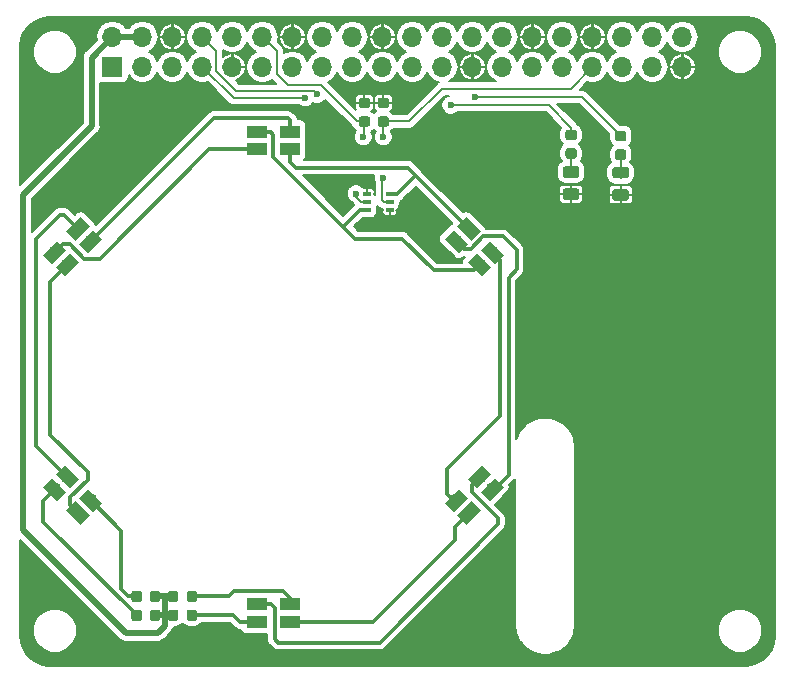
<source format=gtl>
G04 #@! TF.GenerationSoftware,KiCad,Pcbnew,(5.0.2)-1*
G04 #@! TF.CreationDate,2019-03-22T12:59:56+11:00*
G04 #@! TF.ProjectId,VeinCamHat,5665696e-4361-46d4-9861-742e6b696361,rev?*
G04 #@! TF.SameCoordinates,Original*
G04 #@! TF.FileFunction,Copper,L1,Top*
G04 #@! TF.FilePolarity,Positive*
%FSLAX46Y46*%
G04 Gerber Fmt 4.6, Leading zero omitted, Abs format (unit mm)*
G04 Created by KiCad (PCBNEW (5.0.2)-1) date 22/03/2019 12:59:56*
%MOMM*%
%LPD*%
G01*
G04 APERTURE LIST*
G04 #@! TA.AperFunction,ComponentPad*
%ADD10R,1.700000X1.700000*%
G04 #@! TD*
G04 #@! TA.AperFunction,ComponentPad*
%ADD11O,1.700000X1.700000*%
G04 #@! TD*
G04 #@! TA.AperFunction,SMDPad,CuDef*
%ADD12C,1.100000*%
G04 #@! TD*
G04 #@! TA.AperFunction,Conductor*
%ADD13C,0.150000*%
G04 #@! TD*
G04 #@! TA.AperFunction,SMDPad,CuDef*
%ADD14R,1.700000X1.100000*%
G04 #@! TD*
G04 #@! TA.AperFunction,SMDPad,CuDef*
%ADD15R,0.650000X0.400000*%
G04 #@! TD*
G04 #@! TA.AperFunction,SMDPad,CuDef*
%ADD16C,0.875000*%
G04 #@! TD*
G04 #@! TA.AperFunction,SMDPad,CuDef*
%ADD17C,0.975000*%
G04 #@! TD*
G04 #@! TA.AperFunction,ViaPad*
%ADD18C,0.600000*%
G04 #@! TD*
G04 #@! TA.AperFunction,Conductor*
%ADD19C,0.500000*%
G04 #@! TD*
G04 #@! TA.AperFunction,Conductor*
%ADD20C,0.200000*%
G04 #@! TD*
G04 #@! TA.AperFunction,Conductor*
%ADD21C,0.300000*%
G04 #@! TD*
G04 APERTURE END LIST*
D10*
G04 #@! TO.P,J1,1*
G04 #@! TO.N,Net-(J1-Pad1)*
X208370000Y-98770000D03*
D11*
G04 #@! TO.P,J1,2*
G04 #@! TO.N,+5V*
X208370000Y-96230000D03*
G04 #@! TO.P,J1,3*
G04 #@! TO.N,Net-(J1-Pad3)*
X210910000Y-98770000D03*
G04 #@! TO.P,J1,4*
G04 #@! TO.N,+5V*
X210910000Y-96230000D03*
G04 #@! TO.P,J1,5*
G04 #@! TO.N,Net-(J1-Pad5)*
X213450000Y-98770000D03*
G04 #@! TO.P,J1,6*
G04 #@! TO.N,GND*
X213450000Y-96230000D03*
G04 #@! TO.P,J1,7*
G04 #@! TO.N,/LED_READY*
X215990000Y-98770000D03*
G04 #@! TO.P,J1,8*
G04 #@! TO.N,/LED_BOOT*
X215990000Y-96230000D03*
G04 #@! TO.P,J1,9*
G04 #@! TO.N,GND*
X218530000Y-98770000D03*
G04 #@! TO.P,J1,10*
G04 #@! TO.N,Net-(J1-Pad10)*
X218530000Y-96230000D03*
G04 #@! TO.P,J1,11*
G04 #@! TO.N,Net-(J1-Pad11)*
X221070000Y-98770000D03*
G04 #@! TO.P,J1,12*
G04 #@! TO.N,/LED_940*
X221070000Y-96230000D03*
G04 #@! TO.P,J1,13*
G04 #@! TO.N,Net-(J1-Pad13)*
X223610000Y-98770000D03*
G04 #@! TO.P,J1,14*
G04 #@! TO.N,GND*
X223610000Y-96230000D03*
G04 #@! TO.P,J1,15*
G04 #@! TO.N,Net-(J1-Pad15)*
X226150000Y-98770000D03*
G04 #@! TO.P,J1,16*
G04 #@! TO.N,Net-(J1-Pad16)*
X226150000Y-96230000D03*
G04 #@! TO.P,J1,17*
G04 #@! TO.N,Net-(J1-Pad17)*
X228690000Y-98770000D03*
G04 #@! TO.P,J1,18*
G04 #@! TO.N,Net-(J1-Pad18)*
X228690000Y-96230000D03*
G04 #@! TO.P,J1,19*
G04 #@! TO.N,Net-(J1-Pad19)*
X231230000Y-98770000D03*
G04 #@! TO.P,J1,20*
G04 #@! TO.N,GND*
X231230000Y-96230000D03*
G04 #@! TO.P,J1,21*
G04 #@! TO.N,Net-(J1-Pad21)*
X233770000Y-98770000D03*
G04 #@! TO.P,J1,22*
G04 #@! TO.N,Net-(J1-Pad22)*
X233770000Y-96230000D03*
G04 #@! TO.P,J1,23*
G04 #@! TO.N,Net-(J1-Pad23)*
X236310000Y-98770000D03*
G04 #@! TO.P,J1,24*
G04 #@! TO.N,Net-(J1-Pad24)*
X236310000Y-96230000D03*
G04 #@! TO.P,J1,25*
G04 #@! TO.N,GND*
X238850000Y-98770000D03*
G04 #@! TO.P,J1,26*
G04 #@! TO.N,Net-(J1-Pad26)*
X238850000Y-96230000D03*
G04 #@! TO.P,J1,27*
G04 #@! TO.N,Net-(J1-Pad27)*
X241390000Y-98770000D03*
G04 #@! TO.P,J1,28*
G04 #@! TO.N,Net-(J1-Pad28)*
X241390000Y-96230000D03*
G04 #@! TO.P,J1,29*
G04 #@! TO.N,Net-(J1-Pad29)*
X243930000Y-98770000D03*
G04 #@! TO.P,J1,30*
G04 #@! TO.N,GND*
X243930000Y-96230000D03*
G04 #@! TO.P,J1,31*
G04 #@! TO.N,Net-(J1-Pad31)*
X246470000Y-98770000D03*
G04 #@! TO.P,J1,32*
G04 #@! TO.N,Net-(J1-Pad32)*
X246470000Y-96230000D03*
G04 #@! TO.P,J1,33*
G04 #@! TO.N,/LED_850*
X249010000Y-98770000D03*
G04 #@! TO.P,J1,34*
G04 #@! TO.N,GND*
X249010000Y-96230000D03*
G04 #@! TO.P,J1,35*
G04 #@! TO.N,Net-(J1-Pad35)*
X251550000Y-98770000D03*
G04 #@! TO.P,J1,36*
G04 #@! TO.N,Net-(J1-Pad36)*
X251550000Y-96230000D03*
G04 #@! TO.P,J1,37*
G04 #@! TO.N,Net-(J1-Pad37)*
X254090000Y-98770000D03*
G04 #@! TO.P,J1,38*
G04 #@! TO.N,Net-(J1-Pad38)*
X254090000Y-96230000D03*
G04 #@! TO.P,J1,39*
G04 #@! TO.N,GND*
X256630000Y-98770000D03*
G04 #@! TO.P,J1,40*
G04 #@! TO.N,Net-(J1-Pad40)*
X256630000Y-96230000D03*
G04 #@! TD*
D12*
G04 #@! TO.P,D3,2*
G04 #@! TO.N,Net-(D3-Pad2)*
X203479720Y-134540381D03*
D13*
G04 #@! TD*
G04 #@! TO.N,Net-(D3-Pad2)*
G04 #@! TO.C,D3*
G36*
X203691852Y-135530330D02*
X202489771Y-134328249D01*
X203267588Y-133550432D01*
X204469669Y-134752513D01*
X203691852Y-135530330D01*
X203691852Y-135530330D01*
G37*
D12*
G04 #@! TO.P,D3,1*
G04 #@! TO.N,Net-(D3-Pad1)*
X205459619Y-136520280D03*
D13*
G04 #@! TD*
G04 #@! TO.N,Net-(D3-Pad1)*
G04 #@! TO.C,D3*
G36*
X205671751Y-137510229D02*
X204469670Y-136308148D01*
X205247487Y-135530331D01*
X206449568Y-136732412D01*
X205671751Y-137510229D01*
X205671751Y-137510229D01*
G37*
D12*
G04 #@! TO.P,D3,3*
G04 #@! TO.N,Net-(D3-Pad3)*
X204540381Y-133479720D03*
D13*
G04 #@! TD*
G04 #@! TO.N,Net-(D3-Pad3)*
G04 #@! TO.C,D3*
G36*
X204752513Y-134469669D02*
X203550432Y-133267588D01*
X204328249Y-132489771D01*
X205530330Y-133691852D01*
X204752513Y-134469669D01*
X204752513Y-134469669D01*
G37*
D12*
G04 #@! TO.P,D3,4*
G04 #@! TO.N,Net-(D3-Pad4)*
X206520280Y-135459619D03*
D13*
G04 #@! TD*
G04 #@! TO.N,Net-(D3-Pad4)*
G04 #@! TO.C,D3*
G36*
X206732412Y-136449568D02*
X205530331Y-135247487D01*
X206308148Y-134469670D01*
X207510229Y-135671751D01*
X206732412Y-136449568D01*
X206732412Y-136449568D01*
G37*
D14*
G04 #@! TO.P,D4,4*
G04 #@! TO.N,Net-(D4-Pad4)*
X223400000Y-144249999D03*
G04 #@! TO.P,D4,3*
G04 #@! TO.N,Net-(D4-Pad3)*
X220600000Y-144249999D03*
G04 #@! TO.P,D4,1*
G04 #@! TO.N,Net-(D4-Pad1)*
X223400000Y-145750001D03*
G04 #@! TO.P,D4,2*
G04 #@! TO.N,Net-(D4-Pad2)*
X220600000Y-145750001D03*
G04 #@! TD*
D12*
G04 #@! TO.P,D5,4*
G04 #@! TO.N,Net-(D3-Pad3)*
X205459619Y-112479720D03*
D13*
G04 #@! TD*
G04 #@! TO.N,Net-(D3-Pad3)*
G04 #@! TO.C,D5*
G36*
X206449568Y-112267588D02*
X205247487Y-113469669D01*
X204469670Y-112691852D01*
X205671751Y-111489771D01*
X206449568Y-112267588D01*
X206449568Y-112267588D01*
G37*
D12*
G04 #@! TO.P,D5,3*
G04 #@! TO.N,Net-(D5-Pad3)*
X203479720Y-114459619D03*
D13*
G04 #@! TD*
G04 #@! TO.N,Net-(D5-Pad3)*
G04 #@! TO.C,D5*
G36*
X204469669Y-114247487D02*
X203267588Y-115449568D01*
X202489771Y-114671751D01*
X203691852Y-113469670D01*
X204469669Y-114247487D01*
X204469669Y-114247487D01*
G37*
D12*
G04 #@! TO.P,D5,1*
G04 #@! TO.N,Net-(D5-Pad1)*
X206520280Y-113540381D03*
D13*
G04 #@! TD*
G04 #@! TO.N,Net-(D5-Pad1)*
G04 #@! TO.C,D5*
G36*
X207510229Y-113328249D02*
X206308148Y-114530330D01*
X205530331Y-113752513D01*
X206732412Y-112550432D01*
X207510229Y-113328249D01*
X207510229Y-113328249D01*
G37*
D12*
G04 #@! TO.P,D5,2*
G04 #@! TO.N,Net-(D3-Pad1)*
X204540381Y-115520280D03*
D13*
G04 #@! TD*
G04 #@! TO.N,Net-(D3-Pad1)*
G04 #@! TO.C,D5*
G36*
X205530330Y-115308148D02*
X204328249Y-116510229D01*
X203550432Y-115732412D01*
X204752513Y-114530331D01*
X205530330Y-115308148D01*
X205530330Y-115308148D01*
G37*
D12*
G04 #@! TO.P,D6,2*
G04 #@! TO.N,Net-(D4-Pad1)*
X238540381Y-136520280D03*
D13*
G04 #@! TD*
G04 #@! TO.N,Net-(D4-Pad1)*
G04 #@! TO.C,D6*
G36*
X239530330Y-136308148D02*
X238328249Y-137510229D01*
X237550432Y-136732412D01*
X238752513Y-135530331D01*
X239530330Y-136308148D01*
X239530330Y-136308148D01*
G37*
D12*
G04 #@! TO.P,D6,1*
G04 #@! TO.N,Net-(D6-Pad1)*
X240520280Y-134540381D03*
D13*
G04 #@! TD*
G04 #@! TO.N,Net-(D6-Pad1)*
G04 #@! TO.C,D6*
G36*
X241510229Y-134328249D02*
X240308148Y-135530330D01*
X239530331Y-134752513D01*
X240732412Y-133550432D01*
X241510229Y-134328249D01*
X241510229Y-134328249D01*
G37*
D12*
G04 #@! TO.P,D6,3*
G04 #@! TO.N,Net-(D6-Pad3)*
X237479720Y-135459619D03*
D13*
G04 #@! TD*
G04 #@! TO.N,Net-(D6-Pad3)*
G04 #@! TO.C,D6*
G36*
X238469669Y-135247487D02*
X237267588Y-136449568D01*
X236489771Y-135671751D01*
X237691852Y-134469670D01*
X238469669Y-135247487D01*
X238469669Y-135247487D01*
G37*
D12*
G04 #@! TO.P,D6,4*
G04 #@! TO.N,Net-(D4-Pad3)*
X239459619Y-133479720D03*
D13*
G04 #@! TD*
G04 #@! TO.N,Net-(D4-Pad3)*
G04 #@! TO.C,D6*
G36*
X240449568Y-133267588D02*
X239247487Y-134469669D01*
X238469670Y-133691852D01*
X239671751Y-132489771D01*
X240449568Y-133267588D01*
X240449568Y-133267588D01*
G37*
D15*
G04 #@! TO.P,Q1,1*
G04 #@! TO.N,GND*
X229950000Y-109550000D03*
G04 #@! TO.P,Q1,3*
G04 #@! TO.N,Net-(D7-Pad1)*
X229950000Y-110850000D03*
G04 #@! TO.P,Q1,5*
G04 #@! TO.N,/LED_850*
X231850000Y-110200000D03*
G04 #@! TO.P,Q1,2*
G04 #@! TO.N,/LED_940*
X229950000Y-110200000D03*
G04 #@! TO.P,Q1,4*
G04 #@! TO.N,GND*
X231850000Y-110850000D03*
G04 #@! TO.P,Q1,6*
G04 #@! TO.N,Net-(D7-Pad3)*
X231850000Y-109550000D03*
G04 #@! TD*
D13*
G04 #@! TO.N,Net-(D1-Pad2)*
G04 #@! TO.C,R1*
G36*
X247477691Y-105651053D02*
X247498926Y-105654203D01*
X247519750Y-105659419D01*
X247539962Y-105666651D01*
X247559368Y-105675830D01*
X247577781Y-105686866D01*
X247595024Y-105699654D01*
X247610930Y-105714070D01*
X247625346Y-105729976D01*
X247638134Y-105747219D01*
X247649170Y-105765632D01*
X247658349Y-105785038D01*
X247665581Y-105805250D01*
X247670797Y-105826074D01*
X247673947Y-105847309D01*
X247675000Y-105868750D01*
X247675000Y-106306250D01*
X247673947Y-106327691D01*
X247670797Y-106348926D01*
X247665581Y-106369750D01*
X247658349Y-106389962D01*
X247649170Y-106409368D01*
X247638134Y-106427781D01*
X247625346Y-106445024D01*
X247610930Y-106460930D01*
X247595024Y-106475346D01*
X247577781Y-106488134D01*
X247559368Y-106499170D01*
X247539962Y-106508349D01*
X247519750Y-106515581D01*
X247498926Y-106520797D01*
X247477691Y-106523947D01*
X247456250Y-106525000D01*
X246943750Y-106525000D01*
X246922309Y-106523947D01*
X246901074Y-106520797D01*
X246880250Y-106515581D01*
X246860038Y-106508349D01*
X246840632Y-106499170D01*
X246822219Y-106488134D01*
X246804976Y-106475346D01*
X246789070Y-106460930D01*
X246774654Y-106445024D01*
X246761866Y-106427781D01*
X246750830Y-106409368D01*
X246741651Y-106389962D01*
X246734419Y-106369750D01*
X246729203Y-106348926D01*
X246726053Y-106327691D01*
X246725000Y-106306250D01*
X246725000Y-105868750D01*
X246726053Y-105847309D01*
X246729203Y-105826074D01*
X246734419Y-105805250D01*
X246741651Y-105785038D01*
X246750830Y-105765632D01*
X246761866Y-105747219D01*
X246774654Y-105729976D01*
X246789070Y-105714070D01*
X246804976Y-105699654D01*
X246822219Y-105686866D01*
X246840632Y-105675830D01*
X246860038Y-105666651D01*
X246880250Y-105659419D01*
X246901074Y-105654203D01*
X246922309Y-105651053D01*
X246943750Y-105650000D01*
X247456250Y-105650000D01*
X247477691Y-105651053D01*
X247477691Y-105651053D01*
G37*
D16*
G04 #@! TD*
G04 #@! TO.P,R1,2*
G04 #@! TO.N,Net-(D1-Pad2)*
X247200000Y-106087500D03*
D13*
G04 #@! TO.N,/LED_READY*
G04 #@! TO.C,R1*
G36*
X247477691Y-104076053D02*
X247498926Y-104079203D01*
X247519750Y-104084419D01*
X247539962Y-104091651D01*
X247559368Y-104100830D01*
X247577781Y-104111866D01*
X247595024Y-104124654D01*
X247610930Y-104139070D01*
X247625346Y-104154976D01*
X247638134Y-104172219D01*
X247649170Y-104190632D01*
X247658349Y-104210038D01*
X247665581Y-104230250D01*
X247670797Y-104251074D01*
X247673947Y-104272309D01*
X247675000Y-104293750D01*
X247675000Y-104731250D01*
X247673947Y-104752691D01*
X247670797Y-104773926D01*
X247665581Y-104794750D01*
X247658349Y-104814962D01*
X247649170Y-104834368D01*
X247638134Y-104852781D01*
X247625346Y-104870024D01*
X247610930Y-104885930D01*
X247595024Y-104900346D01*
X247577781Y-104913134D01*
X247559368Y-104924170D01*
X247539962Y-104933349D01*
X247519750Y-104940581D01*
X247498926Y-104945797D01*
X247477691Y-104948947D01*
X247456250Y-104950000D01*
X246943750Y-104950000D01*
X246922309Y-104948947D01*
X246901074Y-104945797D01*
X246880250Y-104940581D01*
X246860038Y-104933349D01*
X246840632Y-104924170D01*
X246822219Y-104913134D01*
X246804976Y-104900346D01*
X246789070Y-104885930D01*
X246774654Y-104870024D01*
X246761866Y-104852781D01*
X246750830Y-104834368D01*
X246741651Y-104814962D01*
X246734419Y-104794750D01*
X246729203Y-104773926D01*
X246726053Y-104752691D01*
X246725000Y-104731250D01*
X246725000Y-104293750D01*
X246726053Y-104272309D01*
X246729203Y-104251074D01*
X246734419Y-104230250D01*
X246741651Y-104210038D01*
X246750830Y-104190632D01*
X246761866Y-104172219D01*
X246774654Y-104154976D01*
X246789070Y-104139070D01*
X246804976Y-104124654D01*
X246822219Y-104111866D01*
X246840632Y-104100830D01*
X246860038Y-104091651D01*
X246880250Y-104084419D01*
X246901074Y-104079203D01*
X246922309Y-104076053D01*
X246943750Y-104075000D01*
X247456250Y-104075000D01*
X247477691Y-104076053D01*
X247477691Y-104076053D01*
G37*
D16*
G04 #@! TD*
G04 #@! TO.P,R1,1*
G04 #@! TO.N,/LED_READY*
X247200000Y-104512500D03*
D13*
G04 #@! TO.N,/LED_BOOT*
G04 #@! TO.C,R2*
G36*
X251677691Y-104176053D02*
X251698926Y-104179203D01*
X251719750Y-104184419D01*
X251739962Y-104191651D01*
X251759368Y-104200830D01*
X251777781Y-104211866D01*
X251795024Y-104224654D01*
X251810930Y-104239070D01*
X251825346Y-104254976D01*
X251838134Y-104272219D01*
X251849170Y-104290632D01*
X251858349Y-104310038D01*
X251865581Y-104330250D01*
X251870797Y-104351074D01*
X251873947Y-104372309D01*
X251875000Y-104393750D01*
X251875000Y-104831250D01*
X251873947Y-104852691D01*
X251870797Y-104873926D01*
X251865581Y-104894750D01*
X251858349Y-104914962D01*
X251849170Y-104934368D01*
X251838134Y-104952781D01*
X251825346Y-104970024D01*
X251810930Y-104985930D01*
X251795024Y-105000346D01*
X251777781Y-105013134D01*
X251759368Y-105024170D01*
X251739962Y-105033349D01*
X251719750Y-105040581D01*
X251698926Y-105045797D01*
X251677691Y-105048947D01*
X251656250Y-105050000D01*
X251143750Y-105050000D01*
X251122309Y-105048947D01*
X251101074Y-105045797D01*
X251080250Y-105040581D01*
X251060038Y-105033349D01*
X251040632Y-105024170D01*
X251022219Y-105013134D01*
X251004976Y-105000346D01*
X250989070Y-104985930D01*
X250974654Y-104970024D01*
X250961866Y-104952781D01*
X250950830Y-104934368D01*
X250941651Y-104914962D01*
X250934419Y-104894750D01*
X250929203Y-104873926D01*
X250926053Y-104852691D01*
X250925000Y-104831250D01*
X250925000Y-104393750D01*
X250926053Y-104372309D01*
X250929203Y-104351074D01*
X250934419Y-104330250D01*
X250941651Y-104310038D01*
X250950830Y-104290632D01*
X250961866Y-104272219D01*
X250974654Y-104254976D01*
X250989070Y-104239070D01*
X251004976Y-104224654D01*
X251022219Y-104211866D01*
X251040632Y-104200830D01*
X251060038Y-104191651D01*
X251080250Y-104184419D01*
X251101074Y-104179203D01*
X251122309Y-104176053D01*
X251143750Y-104175000D01*
X251656250Y-104175000D01*
X251677691Y-104176053D01*
X251677691Y-104176053D01*
G37*
D16*
G04 #@! TD*
G04 #@! TO.P,R2,1*
G04 #@! TO.N,/LED_BOOT*
X251400000Y-104612500D03*
D13*
G04 #@! TO.N,Net-(D2-Pad2)*
G04 #@! TO.C,R2*
G36*
X251677691Y-105751053D02*
X251698926Y-105754203D01*
X251719750Y-105759419D01*
X251739962Y-105766651D01*
X251759368Y-105775830D01*
X251777781Y-105786866D01*
X251795024Y-105799654D01*
X251810930Y-105814070D01*
X251825346Y-105829976D01*
X251838134Y-105847219D01*
X251849170Y-105865632D01*
X251858349Y-105885038D01*
X251865581Y-105905250D01*
X251870797Y-105926074D01*
X251873947Y-105947309D01*
X251875000Y-105968750D01*
X251875000Y-106406250D01*
X251873947Y-106427691D01*
X251870797Y-106448926D01*
X251865581Y-106469750D01*
X251858349Y-106489962D01*
X251849170Y-106509368D01*
X251838134Y-106527781D01*
X251825346Y-106545024D01*
X251810930Y-106560930D01*
X251795024Y-106575346D01*
X251777781Y-106588134D01*
X251759368Y-106599170D01*
X251739962Y-106608349D01*
X251719750Y-106615581D01*
X251698926Y-106620797D01*
X251677691Y-106623947D01*
X251656250Y-106625000D01*
X251143750Y-106625000D01*
X251122309Y-106623947D01*
X251101074Y-106620797D01*
X251080250Y-106615581D01*
X251060038Y-106608349D01*
X251040632Y-106599170D01*
X251022219Y-106588134D01*
X251004976Y-106575346D01*
X250989070Y-106560930D01*
X250974654Y-106545024D01*
X250961866Y-106527781D01*
X250950830Y-106509368D01*
X250941651Y-106489962D01*
X250934419Y-106469750D01*
X250929203Y-106448926D01*
X250926053Y-106427691D01*
X250925000Y-106406250D01*
X250925000Y-105968750D01*
X250926053Y-105947309D01*
X250929203Y-105926074D01*
X250934419Y-105905250D01*
X250941651Y-105885038D01*
X250950830Y-105865632D01*
X250961866Y-105847219D01*
X250974654Y-105829976D01*
X250989070Y-105814070D01*
X251004976Y-105799654D01*
X251022219Y-105786866D01*
X251040632Y-105775830D01*
X251060038Y-105766651D01*
X251080250Y-105759419D01*
X251101074Y-105754203D01*
X251122309Y-105751053D01*
X251143750Y-105750000D01*
X251656250Y-105750000D01*
X251677691Y-105751053D01*
X251677691Y-105751053D01*
G37*
D16*
G04 #@! TD*
G04 #@! TO.P,R2,2*
G04 #@! TO.N,Net-(D2-Pad2)*
X251400000Y-106187500D03*
D13*
G04 #@! TO.N,+5V*
G04 #@! TO.C,R3*
G36*
X212227691Y-144726053D02*
X212248926Y-144729203D01*
X212269750Y-144734419D01*
X212289962Y-144741651D01*
X212309368Y-144750830D01*
X212327781Y-144761866D01*
X212345024Y-144774654D01*
X212360930Y-144789070D01*
X212375346Y-144804976D01*
X212388134Y-144822219D01*
X212399170Y-144840632D01*
X212408349Y-144860038D01*
X212415581Y-144880250D01*
X212420797Y-144901074D01*
X212423947Y-144922309D01*
X212425000Y-144943750D01*
X212425000Y-145456250D01*
X212423947Y-145477691D01*
X212420797Y-145498926D01*
X212415581Y-145519750D01*
X212408349Y-145539962D01*
X212399170Y-145559368D01*
X212388134Y-145577781D01*
X212375346Y-145595024D01*
X212360930Y-145610930D01*
X212345024Y-145625346D01*
X212327781Y-145638134D01*
X212309368Y-145649170D01*
X212289962Y-145658349D01*
X212269750Y-145665581D01*
X212248926Y-145670797D01*
X212227691Y-145673947D01*
X212206250Y-145675000D01*
X211768750Y-145675000D01*
X211747309Y-145673947D01*
X211726074Y-145670797D01*
X211705250Y-145665581D01*
X211685038Y-145658349D01*
X211665632Y-145649170D01*
X211647219Y-145638134D01*
X211629976Y-145625346D01*
X211614070Y-145610930D01*
X211599654Y-145595024D01*
X211586866Y-145577781D01*
X211575830Y-145559368D01*
X211566651Y-145539962D01*
X211559419Y-145519750D01*
X211554203Y-145498926D01*
X211551053Y-145477691D01*
X211550000Y-145456250D01*
X211550000Y-144943750D01*
X211551053Y-144922309D01*
X211554203Y-144901074D01*
X211559419Y-144880250D01*
X211566651Y-144860038D01*
X211575830Y-144840632D01*
X211586866Y-144822219D01*
X211599654Y-144804976D01*
X211614070Y-144789070D01*
X211629976Y-144774654D01*
X211647219Y-144761866D01*
X211665632Y-144750830D01*
X211685038Y-144741651D01*
X211705250Y-144734419D01*
X211726074Y-144729203D01*
X211747309Y-144726053D01*
X211768750Y-144725000D01*
X212206250Y-144725000D01*
X212227691Y-144726053D01*
X212227691Y-144726053D01*
G37*
D16*
G04 #@! TD*
G04 #@! TO.P,R3,2*
G04 #@! TO.N,+5V*
X211987500Y-145200000D03*
D13*
G04 #@! TO.N,Net-(D3-Pad2)*
G04 #@! TO.C,R3*
G36*
X210652691Y-144726053D02*
X210673926Y-144729203D01*
X210694750Y-144734419D01*
X210714962Y-144741651D01*
X210734368Y-144750830D01*
X210752781Y-144761866D01*
X210770024Y-144774654D01*
X210785930Y-144789070D01*
X210800346Y-144804976D01*
X210813134Y-144822219D01*
X210824170Y-144840632D01*
X210833349Y-144860038D01*
X210840581Y-144880250D01*
X210845797Y-144901074D01*
X210848947Y-144922309D01*
X210850000Y-144943750D01*
X210850000Y-145456250D01*
X210848947Y-145477691D01*
X210845797Y-145498926D01*
X210840581Y-145519750D01*
X210833349Y-145539962D01*
X210824170Y-145559368D01*
X210813134Y-145577781D01*
X210800346Y-145595024D01*
X210785930Y-145610930D01*
X210770024Y-145625346D01*
X210752781Y-145638134D01*
X210734368Y-145649170D01*
X210714962Y-145658349D01*
X210694750Y-145665581D01*
X210673926Y-145670797D01*
X210652691Y-145673947D01*
X210631250Y-145675000D01*
X210193750Y-145675000D01*
X210172309Y-145673947D01*
X210151074Y-145670797D01*
X210130250Y-145665581D01*
X210110038Y-145658349D01*
X210090632Y-145649170D01*
X210072219Y-145638134D01*
X210054976Y-145625346D01*
X210039070Y-145610930D01*
X210024654Y-145595024D01*
X210011866Y-145577781D01*
X210000830Y-145559368D01*
X209991651Y-145539962D01*
X209984419Y-145519750D01*
X209979203Y-145498926D01*
X209976053Y-145477691D01*
X209975000Y-145456250D01*
X209975000Y-144943750D01*
X209976053Y-144922309D01*
X209979203Y-144901074D01*
X209984419Y-144880250D01*
X209991651Y-144860038D01*
X210000830Y-144840632D01*
X210011866Y-144822219D01*
X210024654Y-144804976D01*
X210039070Y-144789070D01*
X210054976Y-144774654D01*
X210072219Y-144761866D01*
X210090632Y-144750830D01*
X210110038Y-144741651D01*
X210130250Y-144734419D01*
X210151074Y-144729203D01*
X210172309Y-144726053D01*
X210193750Y-144725000D01*
X210631250Y-144725000D01*
X210652691Y-144726053D01*
X210652691Y-144726053D01*
G37*
D16*
G04 #@! TD*
G04 #@! TO.P,R3,1*
G04 #@! TO.N,Net-(D3-Pad2)*
X210412500Y-145200000D03*
D13*
G04 #@! TO.N,Net-(D3-Pad4)*
G04 #@! TO.C,R4*
G36*
X210652691Y-143126053D02*
X210673926Y-143129203D01*
X210694750Y-143134419D01*
X210714962Y-143141651D01*
X210734368Y-143150830D01*
X210752781Y-143161866D01*
X210770024Y-143174654D01*
X210785930Y-143189070D01*
X210800346Y-143204976D01*
X210813134Y-143222219D01*
X210824170Y-143240632D01*
X210833349Y-143260038D01*
X210840581Y-143280250D01*
X210845797Y-143301074D01*
X210848947Y-143322309D01*
X210850000Y-143343750D01*
X210850000Y-143856250D01*
X210848947Y-143877691D01*
X210845797Y-143898926D01*
X210840581Y-143919750D01*
X210833349Y-143939962D01*
X210824170Y-143959368D01*
X210813134Y-143977781D01*
X210800346Y-143995024D01*
X210785930Y-144010930D01*
X210770024Y-144025346D01*
X210752781Y-144038134D01*
X210734368Y-144049170D01*
X210714962Y-144058349D01*
X210694750Y-144065581D01*
X210673926Y-144070797D01*
X210652691Y-144073947D01*
X210631250Y-144075000D01*
X210193750Y-144075000D01*
X210172309Y-144073947D01*
X210151074Y-144070797D01*
X210130250Y-144065581D01*
X210110038Y-144058349D01*
X210090632Y-144049170D01*
X210072219Y-144038134D01*
X210054976Y-144025346D01*
X210039070Y-144010930D01*
X210024654Y-143995024D01*
X210011866Y-143977781D01*
X210000830Y-143959368D01*
X209991651Y-143939962D01*
X209984419Y-143919750D01*
X209979203Y-143898926D01*
X209976053Y-143877691D01*
X209975000Y-143856250D01*
X209975000Y-143343750D01*
X209976053Y-143322309D01*
X209979203Y-143301074D01*
X209984419Y-143280250D01*
X209991651Y-143260038D01*
X210000830Y-143240632D01*
X210011866Y-143222219D01*
X210024654Y-143204976D01*
X210039070Y-143189070D01*
X210054976Y-143174654D01*
X210072219Y-143161866D01*
X210090632Y-143150830D01*
X210110038Y-143141651D01*
X210130250Y-143134419D01*
X210151074Y-143129203D01*
X210172309Y-143126053D01*
X210193750Y-143125000D01*
X210631250Y-143125000D01*
X210652691Y-143126053D01*
X210652691Y-143126053D01*
G37*
D16*
G04 #@! TD*
G04 #@! TO.P,R4,1*
G04 #@! TO.N,Net-(D3-Pad4)*
X210412500Y-143600000D03*
D13*
G04 #@! TO.N,+5V*
G04 #@! TO.C,R4*
G36*
X212227691Y-143126053D02*
X212248926Y-143129203D01*
X212269750Y-143134419D01*
X212289962Y-143141651D01*
X212309368Y-143150830D01*
X212327781Y-143161866D01*
X212345024Y-143174654D01*
X212360930Y-143189070D01*
X212375346Y-143204976D01*
X212388134Y-143222219D01*
X212399170Y-143240632D01*
X212408349Y-143260038D01*
X212415581Y-143280250D01*
X212420797Y-143301074D01*
X212423947Y-143322309D01*
X212425000Y-143343750D01*
X212425000Y-143856250D01*
X212423947Y-143877691D01*
X212420797Y-143898926D01*
X212415581Y-143919750D01*
X212408349Y-143939962D01*
X212399170Y-143959368D01*
X212388134Y-143977781D01*
X212375346Y-143995024D01*
X212360930Y-144010930D01*
X212345024Y-144025346D01*
X212327781Y-144038134D01*
X212309368Y-144049170D01*
X212289962Y-144058349D01*
X212269750Y-144065581D01*
X212248926Y-144070797D01*
X212227691Y-144073947D01*
X212206250Y-144075000D01*
X211768750Y-144075000D01*
X211747309Y-144073947D01*
X211726074Y-144070797D01*
X211705250Y-144065581D01*
X211685038Y-144058349D01*
X211665632Y-144049170D01*
X211647219Y-144038134D01*
X211629976Y-144025346D01*
X211614070Y-144010930D01*
X211599654Y-143995024D01*
X211586866Y-143977781D01*
X211575830Y-143959368D01*
X211566651Y-143939962D01*
X211559419Y-143919750D01*
X211554203Y-143898926D01*
X211551053Y-143877691D01*
X211550000Y-143856250D01*
X211550000Y-143343750D01*
X211551053Y-143322309D01*
X211554203Y-143301074D01*
X211559419Y-143280250D01*
X211566651Y-143260038D01*
X211575830Y-143240632D01*
X211586866Y-143222219D01*
X211599654Y-143204976D01*
X211614070Y-143189070D01*
X211629976Y-143174654D01*
X211647219Y-143161866D01*
X211665632Y-143150830D01*
X211685038Y-143141651D01*
X211705250Y-143134419D01*
X211726074Y-143129203D01*
X211747309Y-143126053D01*
X211768750Y-143125000D01*
X212206250Y-143125000D01*
X212227691Y-143126053D01*
X212227691Y-143126053D01*
G37*
D16*
G04 #@! TD*
G04 #@! TO.P,R4,2*
G04 #@! TO.N,+5V*
X211987500Y-143600000D03*
D13*
G04 #@! TO.N,+5V*
G04 #@! TO.C,R5*
G36*
X213752691Y-144726053D02*
X213773926Y-144729203D01*
X213794750Y-144734419D01*
X213814962Y-144741651D01*
X213834368Y-144750830D01*
X213852781Y-144761866D01*
X213870024Y-144774654D01*
X213885930Y-144789070D01*
X213900346Y-144804976D01*
X213913134Y-144822219D01*
X213924170Y-144840632D01*
X213933349Y-144860038D01*
X213940581Y-144880250D01*
X213945797Y-144901074D01*
X213948947Y-144922309D01*
X213950000Y-144943750D01*
X213950000Y-145456250D01*
X213948947Y-145477691D01*
X213945797Y-145498926D01*
X213940581Y-145519750D01*
X213933349Y-145539962D01*
X213924170Y-145559368D01*
X213913134Y-145577781D01*
X213900346Y-145595024D01*
X213885930Y-145610930D01*
X213870024Y-145625346D01*
X213852781Y-145638134D01*
X213834368Y-145649170D01*
X213814962Y-145658349D01*
X213794750Y-145665581D01*
X213773926Y-145670797D01*
X213752691Y-145673947D01*
X213731250Y-145675000D01*
X213293750Y-145675000D01*
X213272309Y-145673947D01*
X213251074Y-145670797D01*
X213230250Y-145665581D01*
X213210038Y-145658349D01*
X213190632Y-145649170D01*
X213172219Y-145638134D01*
X213154976Y-145625346D01*
X213139070Y-145610930D01*
X213124654Y-145595024D01*
X213111866Y-145577781D01*
X213100830Y-145559368D01*
X213091651Y-145539962D01*
X213084419Y-145519750D01*
X213079203Y-145498926D01*
X213076053Y-145477691D01*
X213075000Y-145456250D01*
X213075000Y-144943750D01*
X213076053Y-144922309D01*
X213079203Y-144901074D01*
X213084419Y-144880250D01*
X213091651Y-144860038D01*
X213100830Y-144840632D01*
X213111866Y-144822219D01*
X213124654Y-144804976D01*
X213139070Y-144789070D01*
X213154976Y-144774654D01*
X213172219Y-144761866D01*
X213190632Y-144750830D01*
X213210038Y-144741651D01*
X213230250Y-144734419D01*
X213251074Y-144729203D01*
X213272309Y-144726053D01*
X213293750Y-144725000D01*
X213731250Y-144725000D01*
X213752691Y-144726053D01*
X213752691Y-144726053D01*
G37*
D16*
G04 #@! TD*
G04 #@! TO.P,R5,2*
G04 #@! TO.N,+5V*
X213512500Y-145200000D03*
D13*
G04 #@! TO.N,Net-(D4-Pad2)*
G04 #@! TO.C,R5*
G36*
X215327691Y-144726053D02*
X215348926Y-144729203D01*
X215369750Y-144734419D01*
X215389962Y-144741651D01*
X215409368Y-144750830D01*
X215427781Y-144761866D01*
X215445024Y-144774654D01*
X215460930Y-144789070D01*
X215475346Y-144804976D01*
X215488134Y-144822219D01*
X215499170Y-144840632D01*
X215508349Y-144860038D01*
X215515581Y-144880250D01*
X215520797Y-144901074D01*
X215523947Y-144922309D01*
X215525000Y-144943750D01*
X215525000Y-145456250D01*
X215523947Y-145477691D01*
X215520797Y-145498926D01*
X215515581Y-145519750D01*
X215508349Y-145539962D01*
X215499170Y-145559368D01*
X215488134Y-145577781D01*
X215475346Y-145595024D01*
X215460930Y-145610930D01*
X215445024Y-145625346D01*
X215427781Y-145638134D01*
X215409368Y-145649170D01*
X215389962Y-145658349D01*
X215369750Y-145665581D01*
X215348926Y-145670797D01*
X215327691Y-145673947D01*
X215306250Y-145675000D01*
X214868750Y-145675000D01*
X214847309Y-145673947D01*
X214826074Y-145670797D01*
X214805250Y-145665581D01*
X214785038Y-145658349D01*
X214765632Y-145649170D01*
X214747219Y-145638134D01*
X214729976Y-145625346D01*
X214714070Y-145610930D01*
X214699654Y-145595024D01*
X214686866Y-145577781D01*
X214675830Y-145559368D01*
X214666651Y-145539962D01*
X214659419Y-145519750D01*
X214654203Y-145498926D01*
X214651053Y-145477691D01*
X214650000Y-145456250D01*
X214650000Y-144943750D01*
X214651053Y-144922309D01*
X214654203Y-144901074D01*
X214659419Y-144880250D01*
X214666651Y-144860038D01*
X214675830Y-144840632D01*
X214686866Y-144822219D01*
X214699654Y-144804976D01*
X214714070Y-144789070D01*
X214729976Y-144774654D01*
X214747219Y-144761866D01*
X214765632Y-144750830D01*
X214785038Y-144741651D01*
X214805250Y-144734419D01*
X214826074Y-144729203D01*
X214847309Y-144726053D01*
X214868750Y-144725000D01*
X215306250Y-144725000D01*
X215327691Y-144726053D01*
X215327691Y-144726053D01*
G37*
D16*
G04 #@! TD*
G04 #@! TO.P,R5,1*
G04 #@! TO.N,Net-(D4-Pad2)*
X215087500Y-145200000D03*
D13*
G04 #@! TO.N,Net-(D4-Pad4)*
G04 #@! TO.C,R6*
G36*
X215327691Y-143126053D02*
X215348926Y-143129203D01*
X215369750Y-143134419D01*
X215389962Y-143141651D01*
X215409368Y-143150830D01*
X215427781Y-143161866D01*
X215445024Y-143174654D01*
X215460930Y-143189070D01*
X215475346Y-143204976D01*
X215488134Y-143222219D01*
X215499170Y-143240632D01*
X215508349Y-143260038D01*
X215515581Y-143280250D01*
X215520797Y-143301074D01*
X215523947Y-143322309D01*
X215525000Y-143343750D01*
X215525000Y-143856250D01*
X215523947Y-143877691D01*
X215520797Y-143898926D01*
X215515581Y-143919750D01*
X215508349Y-143939962D01*
X215499170Y-143959368D01*
X215488134Y-143977781D01*
X215475346Y-143995024D01*
X215460930Y-144010930D01*
X215445024Y-144025346D01*
X215427781Y-144038134D01*
X215409368Y-144049170D01*
X215389962Y-144058349D01*
X215369750Y-144065581D01*
X215348926Y-144070797D01*
X215327691Y-144073947D01*
X215306250Y-144075000D01*
X214868750Y-144075000D01*
X214847309Y-144073947D01*
X214826074Y-144070797D01*
X214805250Y-144065581D01*
X214785038Y-144058349D01*
X214765632Y-144049170D01*
X214747219Y-144038134D01*
X214729976Y-144025346D01*
X214714070Y-144010930D01*
X214699654Y-143995024D01*
X214686866Y-143977781D01*
X214675830Y-143959368D01*
X214666651Y-143939962D01*
X214659419Y-143919750D01*
X214654203Y-143898926D01*
X214651053Y-143877691D01*
X214650000Y-143856250D01*
X214650000Y-143343750D01*
X214651053Y-143322309D01*
X214654203Y-143301074D01*
X214659419Y-143280250D01*
X214666651Y-143260038D01*
X214675830Y-143240632D01*
X214686866Y-143222219D01*
X214699654Y-143204976D01*
X214714070Y-143189070D01*
X214729976Y-143174654D01*
X214747219Y-143161866D01*
X214765632Y-143150830D01*
X214785038Y-143141651D01*
X214805250Y-143134419D01*
X214826074Y-143129203D01*
X214847309Y-143126053D01*
X214868750Y-143125000D01*
X215306250Y-143125000D01*
X215327691Y-143126053D01*
X215327691Y-143126053D01*
G37*
D16*
G04 #@! TD*
G04 #@! TO.P,R6,1*
G04 #@! TO.N,Net-(D4-Pad4)*
X215087500Y-143600000D03*
D13*
G04 #@! TO.N,+5V*
G04 #@! TO.C,R6*
G36*
X213752691Y-143126053D02*
X213773926Y-143129203D01*
X213794750Y-143134419D01*
X213814962Y-143141651D01*
X213834368Y-143150830D01*
X213852781Y-143161866D01*
X213870024Y-143174654D01*
X213885930Y-143189070D01*
X213900346Y-143204976D01*
X213913134Y-143222219D01*
X213924170Y-143240632D01*
X213933349Y-143260038D01*
X213940581Y-143280250D01*
X213945797Y-143301074D01*
X213948947Y-143322309D01*
X213950000Y-143343750D01*
X213950000Y-143856250D01*
X213948947Y-143877691D01*
X213945797Y-143898926D01*
X213940581Y-143919750D01*
X213933349Y-143939962D01*
X213924170Y-143959368D01*
X213913134Y-143977781D01*
X213900346Y-143995024D01*
X213885930Y-144010930D01*
X213870024Y-144025346D01*
X213852781Y-144038134D01*
X213834368Y-144049170D01*
X213814962Y-144058349D01*
X213794750Y-144065581D01*
X213773926Y-144070797D01*
X213752691Y-144073947D01*
X213731250Y-144075000D01*
X213293750Y-144075000D01*
X213272309Y-144073947D01*
X213251074Y-144070797D01*
X213230250Y-144065581D01*
X213210038Y-144058349D01*
X213190632Y-144049170D01*
X213172219Y-144038134D01*
X213154976Y-144025346D01*
X213139070Y-144010930D01*
X213124654Y-143995024D01*
X213111866Y-143977781D01*
X213100830Y-143959368D01*
X213091651Y-143939962D01*
X213084419Y-143919750D01*
X213079203Y-143898926D01*
X213076053Y-143877691D01*
X213075000Y-143856250D01*
X213075000Y-143343750D01*
X213076053Y-143322309D01*
X213079203Y-143301074D01*
X213084419Y-143280250D01*
X213091651Y-143260038D01*
X213100830Y-143240632D01*
X213111866Y-143222219D01*
X213124654Y-143204976D01*
X213139070Y-143189070D01*
X213154976Y-143174654D01*
X213172219Y-143161866D01*
X213190632Y-143150830D01*
X213210038Y-143141651D01*
X213230250Y-143134419D01*
X213251074Y-143129203D01*
X213272309Y-143126053D01*
X213293750Y-143125000D01*
X213731250Y-143125000D01*
X213752691Y-143126053D01*
X213752691Y-143126053D01*
G37*
D16*
G04 #@! TD*
G04 #@! TO.P,R6,2*
G04 #@! TO.N,+5V*
X213512500Y-143600000D03*
D13*
G04 #@! TO.N,GND*
G04 #@! TO.C,R8*
G36*
X231577691Y-101376053D02*
X231598926Y-101379203D01*
X231619750Y-101384419D01*
X231639962Y-101391651D01*
X231659368Y-101400830D01*
X231677781Y-101411866D01*
X231695024Y-101424654D01*
X231710930Y-101439070D01*
X231725346Y-101454976D01*
X231738134Y-101472219D01*
X231749170Y-101490632D01*
X231758349Y-101510038D01*
X231765581Y-101530250D01*
X231770797Y-101551074D01*
X231773947Y-101572309D01*
X231775000Y-101593750D01*
X231775000Y-102031250D01*
X231773947Y-102052691D01*
X231770797Y-102073926D01*
X231765581Y-102094750D01*
X231758349Y-102114962D01*
X231749170Y-102134368D01*
X231738134Y-102152781D01*
X231725346Y-102170024D01*
X231710930Y-102185930D01*
X231695024Y-102200346D01*
X231677781Y-102213134D01*
X231659368Y-102224170D01*
X231639962Y-102233349D01*
X231619750Y-102240581D01*
X231598926Y-102245797D01*
X231577691Y-102248947D01*
X231556250Y-102250000D01*
X231043750Y-102250000D01*
X231022309Y-102248947D01*
X231001074Y-102245797D01*
X230980250Y-102240581D01*
X230960038Y-102233349D01*
X230940632Y-102224170D01*
X230922219Y-102213134D01*
X230904976Y-102200346D01*
X230889070Y-102185930D01*
X230874654Y-102170024D01*
X230861866Y-102152781D01*
X230850830Y-102134368D01*
X230841651Y-102114962D01*
X230834419Y-102094750D01*
X230829203Y-102073926D01*
X230826053Y-102052691D01*
X230825000Y-102031250D01*
X230825000Y-101593750D01*
X230826053Y-101572309D01*
X230829203Y-101551074D01*
X230834419Y-101530250D01*
X230841651Y-101510038D01*
X230850830Y-101490632D01*
X230861866Y-101472219D01*
X230874654Y-101454976D01*
X230889070Y-101439070D01*
X230904976Y-101424654D01*
X230922219Y-101411866D01*
X230940632Y-101400830D01*
X230960038Y-101391651D01*
X230980250Y-101384419D01*
X231001074Y-101379203D01*
X231022309Y-101376053D01*
X231043750Y-101375000D01*
X231556250Y-101375000D01*
X231577691Y-101376053D01*
X231577691Y-101376053D01*
G37*
D16*
G04 #@! TD*
G04 #@! TO.P,R8,2*
G04 #@! TO.N,GND*
X231300000Y-101812500D03*
D13*
G04 #@! TO.N,/LED_850*
G04 #@! TO.C,R8*
G36*
X231577691Y-102951053D02*
X231598926Y-102954203D01*
X231619750Y-102959419D01*
X231639962Y-102966651D01*
X231659368Y-102975830D01*
X231677781Y-102986866D01*
X231695024Y-102999654D01*
X231710930Y-103014070D01*
X231725346Y-103029976D01*
X231738134Y-103047219D01*
X231749170Y-103065632D01*
X231758349Y-103085038D01*
X231765581Y-103105250D01*
X231770797Y-103126074D01*
X231773947Y-103147309D01*
X231775000Y-103168750D01*
X231775000Y-103606250D01*
X231773947Y-103627691D01*
X231770797Y-103648926D01*
X231765581Y-103669750D01*
X231758349Y-103689962D01*
X231749170Y-103709368D01*
X231738134Y-103727781D01*
X231725346Y-103745024D01*
X231710930Y-103760930D01*
X231695024Y-103775346D01*
X231677781Y-103788134D01*
X231659368Y-103799170D01*
X231639962Y-103808349D01*
X231619750Y-103815581D01*
X231598926Y-103820797D01*
X231577691Y-103823947D01*
X231556250Y-103825000D01*
X231043750Y-103825000D01*
X231022309Y-103823947D01*
X231001074Y-103820797D01*
X230980250Y-103815581D01*
X230960038Y-103808349D01*
X230940632Y-103799170D01*
X230922219Y-103788134D01*
X230904976Y-103775346D01*
X230889070Y-103760930D01*
X230874654Y-103745024D01*
X230861866Y-103727781D01*
X230850830Y-103709368D01*
X230841651Y-103689962D01*
X230834419Y-103669750D01*
X230829203Y-103648926D01*
X230826053Y-103627691D01*
X230825000Y-103606250D01*
X230825000Y-103168750D01*
X230826053Y-103147309D01*
X230829203Y-103126074D01*
X230834419Y-103105250D01*
X230841651Y-103085038D01*
X230850830Y-103065632D01*
X230861866Y-103047219D01*
X230874654Y-103029976D01*
X230889070Y-103014070D01*
X230904976Y-102999654D01*
X230922219Y-102986866D01*
X230940632Y-102975830D01*
X230960038Y-102966651D01*
X230980250Y-102959419D01*
X231001074Y-102954203D01*
X231022309Y-102951053D01*
X231043750Y-102950000D01*
X231556250Y-102950000D01*
X231577691Y-102951053D01*
X231577691Y-102951053D01*
G37*
D16*
G04 #@! TD*
G04 #@! TO.P,R8,1*
G04 #@! TO.N,/LED_850*
X231300000Y-103387500D03*
D13*
G04 #@! TO.N,Net-(D1-Pad2)*
G04 #@! TO.C,D1*
G36*
X247680142Y-107176174D02*
X247703803Y-107179684D01*
X247727007Y-107185496D01*
X247749529Y-107193554D01*
X247771153Y-107203782D01*
X247791670Y-107216079D01*
X247810883Y-107230329D01*
X247828607Y-107246393D01*
X247844671Y-107264117D01*
X247858921Y-107283330D01*
X247871218Y-107303847D01*
X247881446Y-107325471D01*
X247889504Y-107347993D01*
X247895316Y-107371197D01*
X247898826Y-107394858D01*
X247900000Y-107418750D01*
X247900000Y-107906250D01*
X247898826Y-107930142D01*
X247895316Y-107953803D01*
X247889504Y-107977007D01*
X247881446Y-107999529D01*
X247871218Y-108021153D01*
X247858921Y-108041670D01*
X247844671Y-108060883D01*
X247828607Y-108078607D01*
X247810883Y-108094671D01*
X247791670Y-108108921D01*
X247771153Y-108121218D01*
X247749529Y-108131446D01*
X247727007Y-108139504D01*
X247703803Y-108145316D01*
X247680142Y-108148826D01*
X247656250Y-108150000D01*
X246743750Y-108150000D01*
X246719858Y-108148826D01*
X246696197Y-108145316D01*
X246672993Y-108139504D01*
X246650471Y-108131446D01*
X246628847Y-108121218D01*
X246608330Y-108108921D01*
X246589117Y-108094671D01*
X246571393Y-108078607D01*
X246555329Y-108060883D01*
X246541079Y-108041670D01*
X246528782Y-108021153D01*
X246518554Y-107999529D01*
X246510496Y-107977007D01*
X246504684Y-107953803D01*
X246501174Y-107930142D01*
X246500000Y-107906250D01*
X246500000Y-107418750D01*
X246501174Y-107394858D01*
X246504684Y-107371197D01*
X246510496Y-107347993D01*
X246518554Y-107325471D01*
X246528782Y-107303847D01*
X246541079Y-107283330D01*
X246555329Y-107264117D01*
X246571393Y-107246393D01*
X246589117Y-107230329D01*
X246608330Y-107216079D01*
X246628847Y-107203782D01*
X246650471Y-107193554D01*
X246672993Y-107185496D01*
X246696197Y-107179684D01*
X246719858Y-107176174D01*
X246743750Y-107175000D01*
X247656250Y-107175000D01*
X247680142Y-107176174D01*
X247680142Y-107176174D01*
G37*
D17*
G04 #@! TD*
G04 #@! TO.P,D1,2*
G04 #@! TO.N,Net-(D1-Pad2)*
X247200000Y-107662500D03*
D13*
G04 #@! TO.N,GND*
G04 #@! TO.C,D1*
G36*
X247680142Y-109051174D02*
X247703803Y-109054684D01*
X247727007Y-109060496D01*
X247749529Y-109068554D01*
X247771153Y-109078782D01*
X247791670Y-109091079D01*
X247810883Y-109105329D01*
X247828607Y-109121393D01*
X247844671Y-109139117D01*
X247858921Y-109158330D01*
X247871218Y-109178847D01*
X247881446Y-109200471D01*
X247889504Y-109222993D01*
X247895316Y-109246197D01*
X247898826Y-109269858D01*
X247900000Y-109293750D01*
X247900000Y-109781250D01*
X247898826Y-109805142D01*
X247895316Y-109828803D01*
X247889504Y-109852007D01*
X247881446Y-109874529D01*
X247871218Y-109896153D01*
X247858921Y-109916670D01*
X247844671Y-109935883D01*
X247828607Y-109953607D01*
X247810883Y-109969671D01*
X247791670Y-109983921D01*
X247771153Y-109996218D01*
X247749529Y-110006446D01*
X247727007Y-110014504D01*
X247703803Y-110020316D01*
X247680142Y-110023826D01*
X247656250Y-110025000D01*
X246743750Y-110025000D01*
X246719858Y-110023826D01*
X246696197Y-110020316D01*
X246672993Y-110014504D01*
X246650471Y-110006446D01*
X246628847Y-109996218D01*
X246608330Y-109983921D01*
X246589117Y-109969671D01*
X246571393Y-109953607D01*
X246555329Y-109935883D01*
X246541079Y-109916670D01*
X246528782Y-109896153D01*
X246518554Y-109874529D01*
X246510496Y-109852007D01*
X246504684Y-109828803D01*
X246501174Y-109805142D01*
X246500000Y-109781250D01*
X246500000Y-109293750D01*
X246501174Y-109269858D01*
X246504684Y-109246197D01*
X246510496Y-109222993D01*
X246518554Y-109200471D01*
X246528782Y-109178847D01*
X246541079Y-109158330D01*
X246555329Y-109139117D01*
X246571393Y-109121393D01*
X246589117Y-109105329D01*
X246608330Y-109091079D01*
X246628847Y-109078782D01*
X246650471Y-109068554D01*
X246672993Y-109060496D01*
X246696197Y-109054684D01*
X246719858Y-109051174D01*
X246743750Y-109050000D01*
X247656250Y-109050000D01*
X247680142Y-109051174D01*
X247680142Y-109051174D01*
G37*
D17*
G04 #@! TD*
G04 #@! TO.P,D1,1*
G04 #@! TO.N,GND*
X247200000Y-109537500D03*
D13*
G04 #@! TO.N,GND*
G04 #@! TO.C,D2*
G36*
X251880142Y-109113674D02*
X251903803Y-109117184D01*
X251927007Y-109122996D01*
X251949529Y-109131054D01*
X251971153Y-109141282D01*
X251991670Y-109153579D01*
X252010883Y-109167829D01*
X252028607Y-109183893D01*
X252044671Y-109201617D01*
X252058921Y-109220830D01*
X252071218Y-109241347D01*
X252081446Y-109262971D01*
X252089504Y-109285493D01*
X252095316Y-109308697D01*
X252098826Y-109332358D01*
X252100000Y-109356250D01*
X252100000Y-109843750D01*
X252098826Y-109867642D01*
X252095316Y-109891303D01*
X252089504Y-109914507D01*
X252081446Y-109937029D01*
X252071218Y-109958653D01*
X252058921Y-109979170D01*
X252044671Y-109998383D01*
X252028607Y-110016107D01*
X252010883Y-110032171D01*
X251991670Y-110046421D01*
X251971153Y-110058718D01*
X251949529Y-110068946D01*
X251927007Y-110077004D01*
X251903803Y-110082816D01*
X251880142Y-110086326D01*
X251856250Y-110087500D01*
X250943750Y-110087500D01*
X250919858Y-110086326D01*
X250896197Y-110082816D01*
X250872993Y-110077004D01*
X250850471Y-110068946D01*
X250828847Y-110058718D01*
X250808330Y-110046421D01*
X250789117Y-110032171D01*
X250771393Y-110016107D01*
X250755329Y-109998383D01*
X250741079Y-109979170D01*
X250728782Y-109958653D01*
X250718554Y-109937029D01*
X250710496Y-109914507D01*
X250704684Y-109891303D01*
X250701174Y-109867642D01*
X250700000Y-109843750D01*
X250700000Y-109356250D01*
X250701174Y-109332358D01*
X250704684Y-109308697D01*
X250710496Y-109285493D01*
X250718554Y-109262971D01*
X250728782Y-109241347D01*
X250741079Y-109220830D01*
X250755329Y-109201617D01*
X250771393Y-109183893D01*
X250789117Y-109167829D01*
X250808330Y-109153579D01*
X250828847Y-109141282D01*
X250850471Y-109131054D01*
X250872993Y-109122996D01*
X250896197Y-109117184D01*
X250919858Y-109113674D01*
X250943750Y-109112500D01*
X251856250Y-109112500D01*
X251880142Y-109113674D01*
X251880142Y-109113674D01*
G37*
D17*
G04 #@! TD*
G04 #@! TO.P,D2,1*
G04 #@! TO.N,GND*
X251400000Y-109600000D03*
D13*
G04 #@! TO.N,Net-(D2-Pad2)*
G04 #@! TO.C,D2*
G36*
X251880142Y-107238674D02*
X251903803Y-107242184D01*
X251927007Y-107247996D01*
X251949529Y-107256054D01*
X251971153Y-107266282D01*
X251991670Y-107278579D01*
X252010883Y-107292829D01*
X252028607Y-107308893D01*
X252044671Y-107326617D01*
X252058921Y-107345830D01*
X252071218Y-107366347D01*
X252081446Y-107387971D01*
X252089504Y-107410493D01*
X252095316Y-107433697D01*
X252098826Y-107457358D01*
X252100000Y-107481250D01*
X252100000Y-107968750D01*
X252098826Y-107992642D01*
X252095316Y-108016303D01*
X252089504Y-108039507D01*
X252081446Y-108062029D01*
X252071218Y-108083653D01*
X252058921Y-108104170D01*
X252044671Y-108123383D01*
X252028607Y-108141107D01*
X252010883Y-108157171D01*
X251991670Y-108171421D01*
X251971153Y-108183718D01*
X251949529Y-108193946D01*
X251927007Y-108202004D01*
X251903803Y-108207816D01*
X251880142Y-108211326D01*
X251856250Y-108212500D01*
X250943750Y-108212500D01*
X250919858Y-108211326D01*
X250896197Y-108207816D01*
X250872993Y-108202004D01*
X250850471Y-108193946D01*
X250828847Y-108183718D01*
X250808330Y-108171421D01*
X250789117Y-108157171D01*
X250771393Y-108141107D01*
X250755329Y-108123383D01*
X250741079Y-108104170D01*
X250728782Y-108083653D01*
X250718554Y-108062029D01*
X250710496Y-108039507D01*
X250704684Y-108016303D01*
X250701174Y-107992642D01*
X250700000Y-107968750D01*
X250700000Y-107481250D01*
X250701174Y-107457358D01*
X250704684Y-107433697D01*
X250710496Y-107410493D01*
X250718554Y-107387971D01*
X250728782Y-107366347D01*
X250741079Y-107345830D01*
X250755329Y-107326617D01*
X250771393Y-107308893D01*
X250789117Y-107292829D01*
X250808330Y-107278579D01*
X250828847Y-107266282D01*
X250850471Y-107256054D01*
X250872993Y-107247996D01*
X250896197Y-107242184D01*
X250919858Y-107238674D01*
X250943750Y-107237500D01*
X251856250Y-107237500D01*
X251880142Y-107238674D01*
X251880142Y-107238674D01*
G37*
D17*
G04 #@! TD*
G04 #@! TO.P,D2,2*
G04 #@! TO.N,Net-(D2-Pad2)*
X251400000Y-107725000D03*
D14*
G04 #@! TO.P,D7,2*
G04 #@! TO.N,Net-(D5-Pad1)*
X223400000Y-104250000D03*
G04 #@! TO.P,D7,1*
G04 #@! TO.N,Net-(D7-Pad1)*
X220600000Y-104250000D03*
G04 #@! TO.P,D7,3*
G04 #@! TO.N,Net-(D7-Pad3)*
X223400000Y-105750000D03*
G04 #@! TO.P,D7,4*
G04 #@! TO.N,Net-(D5-Pad3)*
X220600000Y-105750000D03*
G04 #@! TD*
D12*
G04 #@! TO.P,D8,4*
G04 #@! TO.N,Net-(D6-Pad3)*
X240520280Y-114459619D03*
D13*
G04 #@! TD*
G04 #@! TO.N,Net-(D6-Pad3)*
G04 #@! TO.C,D8*
G36*
X240732412Y-115449568D02*
X239530331Y-114247487D01*
X240308148Y-113469670D01*
X241510229Y-114671751D01*
X240732412Y-115449568D01*
X240732412Y-115449568D01*
G37*
D12*
G04 #@! TO.P,D8,3*
G04 #@! TO.N,Net-(D7-Pad3)*
X238540381Y-112479720D03*
D13*
G04 #@! TD*
G04 #@! TO.N,Net-(D7-Pad3)*
G04 #@! TO.C,D8*
G36*
X238752513Y-113469669D02*
X237550432Y-112267588D01*
X238328249Y-111489771D01*
X239530330Y-112691852D01*
X238752513Y-113469669D01*
X238752513Y-113469669D01*
G37*
D12*
G04 #@! TO.P,D8,1*
G04 #@! TO.N,Net-(D7-Pad1)*
X239459619Y-115520280D03*
D13*
G04 #@! TD*
G04 #@! TO.N,Net-(D7-Pad1)*
G04 #@! TO.C,D8*
G36*
X239671751Y-116510229D02*
X238469670Y-115308148D01*
X239247487Y-114530331D01*
X240449568Y-115732412D01*
X239671751Y-116510229D01*
X239671751Y-116510229D01*
G37*
D12*
G04 #@! TO.P,D8,2*
G04 #@! TO.N,Net-(D6-Pad1)*
X237479720Y-113540381D03*
D13*
G04 #@! TD*
G04 #@! TO.N,Net-(D6-Pad1)*
G04 #@! TO.C,D8*
G36*
X237691852Y-114530330D02*
X236489771Y-113328249D01*
X237267588Y-112550432D01*
X238469669Y-113752513D01*
X237691852Y-114530330D01*
X237691852Y-114530330D01*
G37*
G04 #@! TO.N,/LED_940*
G04 #@! TO.C,R7*
G36*
X229977691Y-102951053D02*
X229998926Y-102954203D01*
X230019750Y-102959419D01*
X230039962Y-102966651D01*
X230059368Y-102975830D01*
X230077781Y-102986866D01*
X230095024Y-102999654D01*
X230110930Y-103014070D01*
X230125346Y-103029976D01*
X230138134Y-103047219D01*
X230149170Y-103065632D01*
X230158349Y-103085038D01*
X230165581Y-103105250D01*
X230170797Y-103126074D01*
X230173947Y-103147309D01*
X230175000Y-103168750D01*
X230175000Y-103606250D01*
X230173947Y-103627691D01*
X230170797Y-103648926D01*
X230165581Y-103669750D01*
X230158349Y-103689962D01*
X230149170Y-103709368D01*
X230138134Y-103727781D01*
X230125346Y-103745024D01*
X230110930Y-103760930D01*
X230095024Y-103775346D01*
X230077781Y-103788134D01*
X230059368Y-103799170D01*
X230039962Y-103808349D01*
X230019750Y-103815581D01*
X229998926Y-103820797D01*
X229977691Y-103823947D01*
X229956250Y-103825000D01*
X229443750Y-103825000D01*
X229422309Y-103823947D01*
X229401074Y-103820797D01*
X229380250Y-103815581D01*
X229360038Y-103808349D01*
X229340632Y-103799170D01*
X229322219Y-103788134D01*
X229304976Y-103775346D01*
X229289070Y-103760930D01*
X229274654Y-103745024D01*
X229261866Y-103727781D01*
X229250830Y-103709368D01*
X229241651Y-103689962D01*
X229234419Y-103669750D01*
X229229203Y-103648926D01*
X229226053Y-103627691D01*
X229225000Y-103606250D01*
X229225000Y-103168750D01*
X229226053Y-103147309D01*
X229229203Y-103126074D01*
X229234419Y-103105250D01*
X229241651Y-103085038D01*
X229250830Y-103065632D01*
X229261866Y-103047219D01*
X229274654Y-103029976D01*
X229289070Y-103014070D01*
X229304976Y-102999654D01*
X229322219Y-102986866D01*
X229340632Y-102975830D01*
X229360038Y-102966651D01*
X229380250Y-102959419D01*
X229401074Y-102954203D01*
X229422309Y-102951053D01*
X229443750Y-102950000D01*
X229956250Y-102950000D01*
X229977691Y-102951053D01*
X229977691Y-102951053D01*
G37*
D16*
G04 #@! TD*
G04 #@! TO.P,R7,1*
G04 #@! TO.N,/LED_940*
X229700000Y-103387500D03*
D13*
G04 #@! TO.N,GND*
G04 #@! TO.C,R7*
G36*
X229977691Y-101376053D02*
X229998926Y-101379203D01*
X230019750Y-101384419D01*
X230039962Y-101391651D01*
X230059368Y-101400830D01*
X230077781Y-101411866D01*
X230095024Y-101424654D01*
X230110930Y-101439070D01*
X230125346Y-101454976D01*
X230138134Y-101472219D01*
X230149170Y-101490632D01*
X230158349Y-101510038D01*
X230165581Y-101530250D01*
X230170797Y-101551074D01*
X230173947Y-101572309D01*
X230175000Y-101593750D01*
X230175000Y-102031250D01*
X230173947Y-102052691D01*
X230170797Y-102073926D01*
X230165581Y-102094750D01*
X230158349Y-102114962D01*
X230149170Y-102134368D01*
X230138134Y-102152781D01*
X230125346Y-102170024D01*
X230110930Y-102185930D01*
X230095024Y-102200346D01*
X230077781Y-102213134D01*
X230059368Y-102224170D01*
X230039962Y-102233349D01*
X230019750Y-102240581D01*
X229998926Y-102245797D01*
X229977691Y-102248947D01*
X229956250Y-102250000D01*
X229443750Y-102250000D01*
X229422309Y-102248947D01*
X229401074Y-102245797D01*
X229380250Y-102240581D01*
X229360038Y-102233349D01*
X229340632Y-102224170D01*
X229322219Y-102213134D01*
X229304976Y-102200346D01*
X229289070Y-102185930D01*
X229274654Y-102170024D01*
X229261866Y-102152781D01*
X229250830Y-102134368D01*
X229241651Y-102114962D01*
X229234419Y-102094750D01*
X229229203Y-102073926D01*
X229226053Y-102052691D01*
X229225000Y-102031250D01*
X229225000Y-101593750D01*
X229226053Y-101572309D01*
X229229203Y-101551074D01*
X229234419Y-101530250D01*
X229241651Y-101510038D01*
X229250830Y-101490632D01*
X229261866Y-101472219D01*
X229274654Y-101454976D01*
X229289070Y-101439070D01*
X229304976Y-101424654D01*
X229322219Y-101411866D01*
X229340632Y-101400830D01*
X229360038Y-101391651D01*
X229380250Y-101384419D01*
X229401074Y-101379203D01*
X229422309Y-101376053D01*
X229443750Y-101375000D01*
X229956250Y-101375000D01*
X229977691Y-101376053D01*
X229977691Y-101376053D01*
G37*
D16*
G04 #@! TD*
G04 #@! TO.P,R7,2*
G04 #@! TO.N,GND*
X229700000Y-101812500D03*
D18*
G04 #@! TO.N,GND*
X234000000Y-109800000D03*
X235600000Y-111500000D03*
X234300000Y-112700000D03*
X231900000Y-112000000D03*
X230000000Y-108400000D03*
X227000000Y-108600000D03*
X260000000Y-105000000D03*
X260000000Y-115000000D03*
X260000000Y-125000000D03*
X260000000Y-135000000D03*
X250000000Y-120000000D03*
X250000000Y-130000000D03*
X250000000Y-140000000D03*
X250000000Y-110000000D03*
X240000000Y-105000000D03*
X240000000Y-145000000D03*
X210000000Y-105000000D03*
X207400000Y-148100000D03*
X219400000Y-148300000D03*
G04 #@! TO.N,/LED_READY*
X237000000Y-102000000D03*
X224700000Y-101400000D03*
G04 #@! TO.N,/LED_BOOT*
X239100000Y-101300000D03*
X225700000Y-101100000D03*
G04 #@! TO.N,/LED_940*
X229600000Y-104700000D03*
X229000005Y-109500000D03*
G04 #@! TO.N,/LED_850*
X231300000Y-104700000D03*
X231299987Y-108200013D03*
G04 #@! TD*
D19*
G04 #@! TO.N,+5V*
X212800000Y-145200000D02*
X212800000Y-143600000D01*
X212800000Y-143600000D02*
X213512500Y-143600000D01*
X211987500Y-143600000D02*
X212800000Y-143600000D01*
X212800000Y-145200000D02*
X211987500Y-145200000D01*
X213512500Y-145200000D02*
X212800000Y-145200000D01*
X210910000Y-96230000D02*
X208370000Y-96230000D01*
X206600000Y-98000000D02*
X208370000Y-96230000D01*
X206600000Y-103800000D02*
X206600000Y-98000000D01*
X212800000Y-146100000D02*
X212200000Y-146700000D01*
X212800000Y-145200000D02*
X212800000Y-146100000D01*
X212200000Y-146700000D02*
X209500000Y-146700000D01*
X209500000Y-146700000D02*
X200800000Y-138000000D01*
X200800000Y-138000000D02*
X200800000Y-109600000D01*
X200800000Y-109600000D02*
X206600000Y-103800000D01*
D20*
G04 #@! TO.N,Net-(D1-Pad2)*
X247200000Y-106087500D02*
X247200000Y-107662500D01*
G04 #@! TO.N,Net-(D2-Pad2)*
X251400000Y-106187500D02*
X251400000Y-107725000D01*
D21*
G04 #@! TO.N,Net-(D3-Pad1)*
X204787869Y-135848530D02*
X205459619Y-136520280D01*
X203100000Y-116960661D02*
X203100000Y-129900000D01*
X204540381Y-115520280D02*
X203100000Y-116960661D01*
X206300000Y-133100000D02*
X206300000Y-133700000D01*
X206300000Y-133700000D02*
X204787869Y-135212131D01*
X203100000Y-129900000D02*
X206300000Y-133100000D01*
X204787869Y-135212131D02*
X204787869Y-135848530D01*
G04 #@! TO.N,Net-(D3-Pad3)*
X201900000Y-130839339D02*
X204540381Y-133479720D01*
X201900000Y-113300000D02*
X201900000Y-130839339D01*
X203900000Y-111300000D02*
X201900000Y-113300000D01*
X205459619Y-112479720D02*
X204279899Y-111300000D01*
X204279899Y-111300000D02*
X203900000Y-111300000D01*
G04 #@! TO.N,Net-(D4-Pad3)*
X221750000Y-144249999D02*
X220600000Y-144249999D01*
X222100000Y-144599999D02*
X221750000Y-144249999D01*
X222100000Y-147200000D02*
X222100000Y-144599999D01*
X238787869Y-134151470D02*
X238787869Y-134787869D01*
X239459619Y-133479720D02*
X238787869Y-134151470D01*
X222400000Y-147500000D02*
X222100000Y-147200000D01*
X238787869Y-134787869D02*
X241000000Y-137000000D01*
X241000000Y-137000000D02*
X241000000Y-137500000D01*
X241000000Y-137500000D02*
X231000000Y-147500000D01*
X231000000Y-147500000D02*
X222400000Y-147500000D01*
G04 #@! TO.N,Net-(D4-Pad1)*
X230449999Y-145750001D02*
X223400000Y-145750001D01*
X237400000Y-138800000D02*
X230449999Y-145750001D01*
X237400000Y-137700000D02*
X237400000Y-138800000D01*
X238949519Y-136587436D02*
X238512564Y-136587436D01*
X238512564Y-136587436D02*
X237400000Y-137700000D01*
G04 #@! TO.N,Net-(D5-Pad3)*
X204151470Y-113787869D02*
X203479720Y-114459619D01*
X204787869Y-113787869D02*
X204151470Y-113787869D01*
X206000000Y-115000000D02*
X204787869Y-113787869D01*
X207300000Y-115000000D02*
X206000000Y-115000000D01*
X220600000Y-105750000D02*
X216550000Y-105750000D01*
X216550000Y-105750000D02*
X207300000Y-115000000D01*
G04 #@! TO.N,Net-(D5-Pad1)*
X223400000Y-103300000D02*
X223400000Y-104250000D01*
X223200000Y-103100000D02*
X223400000Y-103300000D01*
X206520280Y-113540381D02*
X216960661Y-103100000D01*
X216960661Y-103100000D02*
X223200000Y-103100000D01*
D20*
G04 #@! TO.N,/LED_READY*
X247200000Y-103900000D02*
X245300000Y-102000000D01*
X247200000Y-104512500D02*
X247200000Y-103900000D01*
X245300000Y-102000000D02*
X237424264Y-102000000D01*
X237424264Y-102000000D02*
X237000000Y-102000000D01*
X224275736Y-101400000D02*
X224700000Y-101400000D01*
X215990000Y-98770000D02*
X218620000Y-101400000D01*
X218620000Y-101400000D02*
X224275736Y-101400000D01*
G04 #@! TO.N,/LED_BOOT*
X239524264Y-101300000D02*
X239100000Y-101300000D01*
X248087500Y-101300000D02*
X239524264Y-101300000D01*
X251400000Y-104612500D02*
X248087500Y-101300000D01*
X218857999Y-100800001D02*
X224411997Y-100800001D01*
X217140001Y-99082003D02*
X218857999Y-100800001D01*
X224411997Y-100800001D02*
X224411999Y-100799999D01*
X224411999Y-100799999D02*
X225399999Y-100799999D01*
X225399999Y-100799999D02*
X225400001Y-100800001D01*
X225400001Y-100800001D02*
X225700000Y-101100000D01*
X215990000Y-96230000D02*
X217140001Y-97380001D01*
X217140001Y-97380001D02*
X217140001Y-99082003D01*
G04 #@! TO.N,/LED_940*
X229700000Y-104600000D02*
X229700000Y-103387500D01*
X229600000Y-104700000D02*
X229700000Y-104600000D01*
X229000005Y-109775005D02*
X229000005Y-109500000D01*
X229425000Y-110200000D02*
X229000005Y-109775005D01*
X229950000Y-110200000D02*
X229425000Y-110200000D01*
X221919999Y-97079999D02*
X221070000Y-96230000D01*
X229087500Y-103387500D02*
X226000000Y-100300000D01*
X229700000Y-103387500D02*
X229087500Y-103387500D01*
X226000000Y-100300000D02*
X223200000Y-100300000D01*
X223200000Y-100300000D02*
X222300000Y-99400000D01*
X222300000Y-99400000D02*
X222300000Y-97460000D01*
X222300000Y-97460000D02*
X221919999Y-97079999D01*
G04 #@! TO.N,/LED_850*
X231300000Y-104700000D02*
X231300000Y-103387500D01*
X231200000Y-108300000D02*
X231299987Y-108200013D01*
X231200000Y-110075000D02*
X231200000Y-108300000D01*
X231850000Y-110200000D02*
X231325000Y-110200000D01*
X231325000Y-110200000D02*
X231200000Y-110075000D01*
X247180000Y-100600000D02*
X249010000Y-98770000D01*
X236300000Y-100600000D02*
X247180000Y-100600000D01*
X231300000Y-103387500D02*
X233512500Y-103387500D01*
X233512500Y-103387500D02*
X236300000Y-100600000D01*
D21*
G04 #@! TO.N,Net-(D3-Pad2)*
X202500000Y-135520101D02*
X203479720Y-134540381D01*
X210412500Y-145200000D02*
X202500000Y-137287500D01*
X202500000Y-137287500D02*
X202500000Y-135520101D01*
G04 #@! TO.N,Net-(D3-Pad4)*
X209100000Y-138039339D02*
X206520280Y-135459619D01*
X209100000Y-143000000D02*
X209100000Y-138039339D01*
X210412500Y-143600000D02*
X209700000Y-143600000D01*
X209700000Y-143600000D02*
X209100000Y-143000000D01*
G04 #@! TO.N,Net-(D4-Pad4)*
X223400000Y-143700000D02*
X223400000Y-144249999D01*
X222800000Y-143100000D02*
X223400000Y-143700000D01*
X218700000Y-143100000D02*
X222800000Y-143100000D01*
X215087500Y-143600000D02*
X218200000Y-143600000D01*
X218200000Y-143600000D02*
X218700000Y-143100000D01*
G04 #@! TO.N,Net-(D4-Pad2)*
X219150001Y-145750001D02*
X220600000Y-145750001D01*
X215087500Y-145200000D02*
X218600000Y-145200000D01*
X218600000Y-145200000D02*
X219150001Y-145750001D01*
G04 #@! TO.N,Net-(D6-Pad1)*
X240649519Y-134550481D02*
X240349519Y-134550481D01*
X241900000Y-133300000D02*
X240649519Y-134550481D01*
X242600000Y-115900000D02*
X241900000Y-116600000D01*
X237479720Y-113540381D02*
X238151470Y-114212131D01*
X238687869Y-114212131D02*
X239780340Y-113119660D01*
X241900000Y-116600000D02*
X241900000Y-133300000D01*
X239780340Y-113119660D02*
X241419660Y-113119660D01*
X241419660Y-113119660D02*
X242600000Y-114300000D01*
X238151470Y-114212131D02*
X238687869Y-114212131D01*
X242600000Y-114300000D02*
X242600000Y-115900000D01*
G04 #@! TO.N,Net-(D6-Pad3)*
X241192030Y-115131369D02*
X240520280Y-114459619D01*
X241192030Y-128307970D02*
X241192030Y-115131369D01*
X236700000Y-132800000D02*
X241192030Y-128307970D01*
X237650481Y-135837436D02*
X236700000Y-134886955D01*
X236700000Y-134886955D02*
X236700000Y-132800000D01*
G04 #@! TO.N,Net-(D7-Pad1)*
X221750000Y-104250000D02*
X220600000Y-104250000D01*
X222000000Y-104500000D02*
X221750000Y-104250000D01*
X222000000Y-106380002D02*
X222000000Y-104500000D01*
X227975000Y-112200000D02*
X227819998Y-112200000D01*
X229325000Y-110850000D02*
X227975000Y-112200000D01*
X229950000Y-110850000D02*
X229325000Y-110850000D01*
X227819998Y-112200000D02*
X222000000Y-106380002D01*
X239000001Y-115979898D02*
X239459619Y-115520280D01*
X235579898Y-115979898D02*
X239000001Y-115979898D01*
X232900000Y-113300000D02*
X235579898Y-115979898D01*
X228919998Y-113300000D02*
X232900000Y-113300000D01*
X227819998Y-112200000D02*
X228919998Y-113300000D01*
G04 #@! TO.N,Net-(D7-Pad3)*
X233985661Y-108039339D02*
X234100000Y-108039339D01*
X232475000Y-109550000D02*
X233985661Y-108039339D01*
X231850000Y-109550000D02*
X232475000Y-109550000D01*
X234100000Y-108039339D02*
X238540381Y-112479720D01*
X233360661Y-107300000D02*
X234100000Y-108039339D01*
X223900000Y-107300000D02*
X233360661Y-107300000D01*
X223400000Y-105750000D02*
X223400000Y-106800000D01*
X223400000Y-106800000D02*
X223900000Y-107300000D01*
G04 #@! TD*
D20*
G04 #@! TO.N,GND*
G36*
X262562766Y-94619337D02*
X263095341Y-94812653D01*
X263569160Y-95123302D01*
X263958807Y-95534622D01*
X264243381Y-96024552D01*
X264409795Y-96574007D01*
X264450001Y-97024510D01*
X264450000Y-146968044D01*
X264380663Y-147562766D01*
X264187347Y-148095341D01*
X263876696Y-148569162D01*
X263465375Y-148958810D01*
X262975449Y-149243381D01*
X262425992Y-149409795D01*
X261975501Y-149450000D01*
X203031956Y-149450000D01*
X202437234Y-149380663D01*
X201904659Y-149187347D01*
X201430838Y-148876696D01*
X201041190Y-148465375D01*
X200756619Y-147975449D01*
X200590205Y-147425992D01*
X200550000Y-146975501D01*
X200550000Y-146132012D01*
X201650000Y-146132012D01*
X201650000Y-146867988D01*
X201931645Y-147547941D01*
X202452059Y-148068355D01*
X203132012Y-148350000D01*
X203867988Y-148350000D01*
X204547941Y-148068355D01*
X205068355Y-147547941D01*
X205350000Y-146867988D01*
X205350000Y-146132012D01*
X205068355Y-145452059D01*
X204547941Y-144931645D01*
X203867988Y-144650000D01*
X203132012Y-144650000D01*
X202452059Y-144931645D01*
X201931645Y-145452059D01*
X201650000Y-146132012D01*
X200550000Y-146132012D01*
X200550000Y-138810659D01*
X208917437Y-147178097D01*
X208959280Y-147240720D01*
X209207365Y-147406484D01*
X209426134Y-147450000D01*
X209426135Y-147450000D01*
X209500000Y-147464693D01*
X209573865Y-147450000D01*
X212126135Y-147450000D01*
X212200000Y-147464693D01*
X212273865Y-147450000D01*
X212273866Y-147450000D01*
X212492635Y-147406484D01*
X212740720Y-147240720D01*
X212782565Y-147178095D01*
X213278099Y-146682562D01*
X213340720Y-146640720D01*
X213506484Y-146392635D01*
X213547826Y-146184795D01*
X213731250Y-146184795D01*
X214010052Y-146129338D01*
X214246409Y-145971409D01*
X214300000Y-145891205D01*
X214353591Y-145971409D01*
X214589948Y-146129338D01*
X214868750Y-146184795D01*
X215306250Y-146184795D01*
X215585052Y-146129338D01*
X215821409Y-145971409D01*
X215902532Y-145850000D01*
X218330762Y-145850000D01*
X218645113Y-146164352D01*
X218681377Y-146218625D01*
X218896384Y-146362287D01*
X219085983Y-146400001D01*
X219085984Y-146400001D01*
X219150001Y-146412735D01*
X219214017Y-146400001D01*
X219260096Y-146400001D01*
X219279011Y-146495091D01*
X219389520Y-146660481D01*
X219554910Y-146770990D01*
X219750000Y-146809796D01*
X221450000Y-146809796D01*
X221450000Y-147135983D01*
X221437266Y-147200000D01*
X221450000Y-147264016D01*
X221450000Y-147264017D01*
X221487714Y-147453616D01*
X221631376Y-147668624D01*
X221685654Y-147704891D01*
X221895109Y-147914346D01*
X221931376Y-147968624D01*
X222146383Y-148112286D01*
X222335982Y-148150000D01*
X222335983Y-148150000D01*
X222399999Y-148162734D01*
X222464016Y-148150000D01*
X230935984Y-148150000D01*
X231000000Y-148162734D01*
X231064016Y-148150000D01*
X231064018Y-148150000D01*
X231253617Y-148112286D01*
X231468624Y-147968624D01*
X231504891Y-147914346D01*
X241414352Y-138004887D01*
X241468624Y-137968624D01*
X241534048Y-137870709D01*
X241612286Y-137753618D01*
X241662734Y-137500000D01*
X241650000Y-137435982D01*
X241650000Y-137064018D01*
X241662734Y-137000000D01*
X241612286Y-136746382D01*
X241504887Y-136585648D01*
X241468624Y-136531376D01*
X241414352Y-136495113D01*
X240739338Y-135820100D01*
X241870709Y-134688729D01*
X241981218Y-134523339D01*
X242020024Y-134328249D01*
X241982024Y-134137213D01*
X242314348Y-133804890D01*
X242368624Y-133768624D01*
X242450001Y-133646834D01*
X242450000Y-146054169D01*
X242455704Y-146082845D01*
X242455704Y-146102405D01*
X242456697Y-146109050D01*
X242543938Y-146669359D01*
X242565765Y-146740753D01*
X242586713Y-146812388D01*
X242589531Y-146818487D01*
X242830526Y-147331790D01*
X242871486Y-147394146D01*
X242911724Y-147457064D01*
X242916138Y-147462122D01*
X242916141Y-147462127D01*
X242916145Y-147462130D01*
X243291517Y-147887159D01*
X243348364Y-147935540D01*
X243404612Y-147984608D01*
X243410269Y-147988225D01*
X243410272Y-147988228D01*
X243410275Y-147988230D01*
X243889851Y-148290819D01*
X243957991Y-148321299D01*
X244025750Y-148352608D01*
X244032199Y-148354494D01*
X244577429Y-148510322D01*
X244651402Y-148520455D01*
X244725210Y-148531486D01*
X244731929Y-148531486D01*
X245298979Y-148528022D01*
X245372798Y-148516990D01*
X245446759Y-148506858D01*
X245453208Y-148504972D01*
X245996493Y-148342495D01*
X246064258Y-148311183D01*
X246132392Y-148280705D01*
X246138053Y-148277085D01*
X246613899Y-147968657D01*
X246670140Y-147919595D01*
X246726993Y-147871209D01*
X246731407Y-147866149D01*
X246731411Y-147866145D01*
X246731414Y-147866140D01*
X247101565Y-147436560D01*
X247141784Y-147373672D01*
X247182764Y-147311286D01*
X247185583Y-147305186D01*
X247420288Y-146788978D01*
X247441225Y-146717379D01*
X247463063Y-146645949D01*
X247464056Y-146639303D01*
X247536705Y-146132012D01*
X259650000Y-146132012D01*
X259650000Y-146867988D01*
X259931645Y-147547941D01*
X260452059Y-148068355D01*
X261132012Y-148350000D01*
X261867988Y-148350000D01*
X262547941Y-148068355D01*
X263068355Y-147547941D01*
X263350000Y-146867988D01*
X263350000Y-146132012D01*
X263068355Y-145452059D01*
X262547941Y-144931645D01*
X261867988Y-144650000D01*
X261132012Y-144650000D01*
X260452059Y-144931645D01*
X259931645Y-145452059D01*
X259650000Y-146132012D01*
X247536705Y-146132012D01*
X247542335Y-146092706D01*
X247550000Y-146054170D01*
X247550000Y-130945830D01*
X247544296Y-130917154D01*
X247544296Y-130897595D01*
X247543303Y-130890950D01*
X247456062Y-130330641D01*
X247434238Y-130259257D01*
X247413287Y-130187612D01*
X247410469Y-130181513D01*
X247169474Y-129668210D01*
X247128502Y-129605836D01*
X247088276Y-129542936D01*
X247083862Y-129537876D01*
X247083859Y-129537872D01*
X247083855Y-129537869D01*
X246708483Y-129112842D01*
X246651660Y-129064481D01*
X246595388Y-129015392D01*
X246589731Y-129011775D01*
X246589728Y-129011772D01*
X246589725Y-129011770D01*
X246110148Y-128709181D01*
X246042024Y-128678708D01*
X245974250Y-128647392D01*
X245967801Y-128645506D01*
X245422571Y-128489678D01*
X245348604Y-128479546D01*
X245274791Y-128468514D01*
X245268072Y-128468514D01*
X244701021Y-128471978D01*
X244627202Y-128483010D01*
X244553241Y-128493142D01*
X244546792Y-128495028D01*
X244003507Y-128657505D01*
X243935742Y-128688817D01*
X243867608Y-128719295D01*
X243861947Y-128722915D01*
X243386101Y-129031343D01*
X243329860Y-129080405D01*
X243273007Y-129128791D01*
X243268593Y-129133851D01*
X243268589Y-129133855D01*
X243268586Y-129133860D01*
X242898435Y-129563440D01*
X242858203Y-129626348D01*
X242817236Y-129688715D01*
X242814417Y-129694814D01*
X242579711Y-130211023D01*
X242558766Y-130282649D01*
X242550000Y-130311323D01*
X242550000Y-116869238D01*
X243014351Y-116404888D01*
X243068624Y-116368624D01*
X243212286Y-116153617D01*
X243250000Y-115964018D01*
X243250000Y-115964017D01*
X243262734Y-115900001D01*
X243250000Y-115835985D01*
X243250000Y-114364016D01*
X243262734Y-114300000D01*
X243250000Y-114235982D01*
X243212286Y-114046383D01*
X243068624Y-113831376D01*
X243014352Y-113795113D01*
X241924551Y-112705314D01*
X241888284Y-112651036D01*
X241673277Y-112507374D01*
X241483678Y-112469660D01*
X241483676Y-112469660D01*
X241419660Y-112456926D01*
X241355644Y-112469660D01*
X239983210Y-112469660D01*
X239890810Y-112331372D01*
X238688729Y-111129291D01*
X238523339Y-111018782D01*
X238328249Y-110979976D01*
X238133159Y-111018782D01*
X238052545Y-111072646D01*
X236599899Y-109620000D01*
X246190000Y-109620000D01*
X246190000Y-110086663D01*
X246237195Y-110200601D01*
X246324399Y-110287805D01*
X246438337Y-110335000D01*
X247117500Y-110335000D01*
X247195000Y-110257500D01*
X247195000Y-109542500D01*
X247205000Y-109542500D01*
X247205000Y-110257500D01*
X247282500Y-110335000D01*
X247961663Y-110335000D01*
X248075601Y-110287805D01*
X248162805Y-110200601D01*
X248210000Y-110086663D01*
X248210000Y-109682500D01*
X250390000Y-109682500D01*
X250390000Y-110149163D01*
X250437195Y-110263101D01*
X250524399Y-110350305D01*
X250638337Y-110397500D01*
X251317500Y-110397500D01*
X251395000Y-110320000D01*
X251395000Y-109605000D01*
X251405000Y-109605000D01*
X251405000Y-110320000D01*
X251482500Y-110397500D01*
X252161663Y-110397500D01*
X252275601Y-110350305D01*
X252362805Y-110263101D01*
X252410000Y-110149163D01*
X252410000Y-109682500D01*
X252332500Y-109605000D01*
X251405000Y-109605000D01*
X251395000Y-109605000D01*
X250467500Y-109605000D01*
X250390000Y-109682500D01*
X248210000Y-109682500D01*
X248210000Y-109620000D01*
X248132500Y-109542500D01*
X247205000Y-109542500D01*
X247195000Y-109542500D01*
X246267500Y-109542500D01*
X246190000Y-109620000D01*
X236599899Y-109620000D01*
X235968236Y-108988337D01*
X246190000Y-108988337D01*
X246190000Y-109455000D01*
X246267500Y-109532500D01*
X247195000Y-109532500D01*
X247195000Y-108817500D01*
X247205000Y-108817500D01*
X247205000Y-109532500D01*
X248132500Y-109532500D01*
X248210000Y-109455000D01*
X248210000Y-109050837D01*
X250390000Y-109050837D01*
X250390000Y-109517500D01*
X250467500Y-109595000D01*
X251395000Y-109595000D01*
X251395000Y-108880000D01*
X251405000Y-108880000D01*
X251405000Y-109595000D01*
X252332500Y-109595000D01*
X252410000Y-109517500D01*
X252410000Y-109050837D01*
X252362805Y-108936899D01*
X252275601Y-108849695D01*
X252161663Y-108802500D01*
X251482500Y-108802500D01*
X251405000Y-108880000D01*
X251395000Y-108880000D01*
X251317500Y-108802500D01*
X250638337Y-108802500D01*
X250524399Y-108849695D01*
X250437195Y-108936899D01*
X250390000Y-109050837D01*
X248210000Y-109050837D01*
X248210000Y-108988337D01*
X248162805Y-108874399D01*
X248075601Y-108787195D01*
X247961663Y-108740000D01*
X247282500Y-108740000D01*
X247205000Y-108817500D01*
X247195000Y-108817500D01*
X247117500Y-108740000D01*
X246438337Y-108740000D01*
X246324399Y-108787195D01*
X246237195Y-108874399D01*
X246190000Y-108988337D01*
X235968236Y-108988337D01*
X234604891Y-107624993D01*
X234568624Y-107570715D01*
X234514351Y-107534451D01*
X233865552Y-106885654D01*
X233829285Y-106831376D01*
X233614278Y-106687714D01*
X233424679Y-106650000D01*
X233424677Y-106650000D01*
X233360661Y-106637266D01*
X233296645Y-106650000D01*
X224617482Y-106650000D01*
X224720989Y-106495090D01*
X224759795Y-106300000D01*
X224759795Y-105200000D01*
X224720989Y-105004910D01*
X224717708Y-105000000D01*
X224720989Y-104995090D01*
X224759795Y-104800000D01*
X224759795Y-103700000D01*
X224720989Y-103504910D01*
X224610480Y-103339520D01*
X224445090Y-103229011D01*
X224250000Y-103190205D01*
X224040894Y-103190205D01*
X224012286Y-103046383D01*
X223868624Y-102831376D01*
X223814348Y-102795111D01*
X223704891Y-102685653D01*
X223668624Y-102631376D01*
X223453617Y-102487714D01*
X223264018Y-102450000D01*
X223264016Y-102450000D01*
X223200000Y-102437266D01*
X223135984Y-102450000D01*
X217024676Y-102450000D01*
X216960660Y-102437266D01*
X216896644Y-102450000D01*
X216896643Y-102450000D01*
X216707044Y-102487714D01*
X216492037Y-102631376D01*
X216455774Y-102685648D01*
X207008116Y-112133307D01*
X206927502Y-112079443D01*
X206921709Y-112078291D01*
X206920557Y-112072498D01*
X206810048Y-111907108D01*
X206032231Y-111129291D01*
X205866841Y-111018782D01*
X205671751Y-110979976D01*
X205476661Y-111018782D01*
X205311271Y-111129291D01*
X205169849Y-111270713D01*
X204784790Y-110885654D01*
X204748523Y-110831376D01*
X204533516Y-110687714D01*
X204343917Y-110650000D01*
X204343915Y-110650000D01*
X204279899Y-110637266D01*
X204215883Y-110650000D01*
X203964016Y-110650000D01*
X203899999Y-110637266D01*
X203835983Y-110650000D01*
X203835982Y-110650000D01*
X203646383Y-110687714D01*
X203431376Y-110831376D01*
X203395111Y-110885651D01*
X201550000Y-112730763D01*
X201550000Y-109910659D01*
X207078097Y-104382563D01*
X207140720Y-104340720D01*
X207278773Y-104134108D01*
X207306484Y-104092636D01*
X207364693Y-103800000D01*
X207350000Y-103726134D01*
X207350000Y-100095980D01*
X207520000Y-100129795D01*
X209220000Y-100129795D01*
X209415090Y-100090989D01*
X209580480Y-99980480D01*
X209690989Y-99815090D01*
X209729795Y-99620000D01*
X209729795Y-99433634D01*
X209936704Y-99743296D01*
X210383256Y-100041672D01*
X210777037Y-100120000D01*
X211042963Y-100120000D01*
X211436744Y-100041672D01*
X211883296Y-99743296D01*
X212180000Y-99299246D01*
X212476704Y-99743296D01*
X212923256Y-100041672D01*
X213317037Y-100120000D01*
X213582963Y-100120000D01*
X213976744Y-100041672D01*
X214423296Y-99743296D01*
X214720000Y-99299246D01*
X215016704Y-99743296D01*
X215463256Y-100041672D01*
X215857037Y-100120000D01*
X216122963Y-100120000D01*
X216430333Y-100058860D01*
X218153953Y-101782481D01*
X218187425Y-101832575D01*
X218385892Y-101965187D01*
X218560909Y-102000000D01*
X218560912Y-102000000D01*
X218620000Y-102011753D01*
X218679088Y-102000000D01*
X224168629Y-102000000D01*
X224246836Y-102078207D01*
X224540870Y-102200000D01*
X224859130Y-102200000D01*
X225153164Y-102078207D01*
X225378207Y-101853164D01*
X225385469Y-101835631D01*
X225540870Y-101900000D01*
X225859130Y-101900000D01*
X226153164Y-101778207D01*
X226378207Y-101553164D01*
X226385948Y-101534475D01*
X228621453Y-103769981D01*
X228654925Y-103820075D01*
X228785578Y-103907375D01*
X228928591Y-104121409D01*
X228999704Y-104168925D01*
X228921793Y-104246836D01*
X228800000Y-104540870D01*
X228800000Y-104859130D01*
X228921793Y-105153164D01*
X229146836Y-105378207D01*
X229440870Y-105500000D01*
X229759130Y-105500000D01*
X230053164Y-105378207D01*
X230278207Y-105153164D01*
X230400000Y-104859130D01*
X230400000Y-104540870D01*
X230300000Y-104299449D01*
X230300000Y-104235941D01*
X230471409Y-104121409D01*
X230500000Y-104078620D01*
X230528591Y-104121409D01*
X230659649Y-104208980D01*
X230621793Y-104246836D01*
X230500000Y-104540870D01*
X230500000Y-104859130D01*
X230621793Y-105153164D01*
X230846836Y-105378207D01*
X231140870Y-105500000D01*
X231459130Y-105500000D01*
X231753164Y-105378207D01*
X231978207Y-105153164D01*
X232100000Y-104859130D01*
X232100000Y-104540870D01*
X231978207Y-104246836D01*
X231940351Y-104208980D01*
X232071409Y-104121409D01*
X232160884Y-103987500D01*
X233453414Y-103987500D01*
X233512500Y-103999253D01*
X233571586Y-103987500D01*
X233571591Y-103987500D01*
X233746608Y-103952687D01*
X233945075Y-103820075D01*
X233978549Y-103769978D01*
X236548528Y-101200000D01*
X236840870Y-101200000D01*
X236546836Y-101321793D01*
X236321793Y-101546836D01*
X236200000Y-101840870D01*
X236200000Y-102159130D01*
X236321793Y-102453164D01*
X236546836Y-102678207D01*
X236840870Y-102800000D01*
X237159130Y-102800000D01*
X237453164Y-102678207D01*
X237531371Y-102600000D01*
X245051473Y-102600000D01*
X246349072Y-103897600D01*
X246270662Y-104014948D01*
X246215205Y-104293750D01*
X246215205Y-104731250D01*
X246270662Y-105010052D01*
X246428591Y-105246409D01*
X246508795Y-105300000D01*
X246428591Y-105353591D01*
X246270662Y-105589948D01*
X246215205Y-105868750D01*
X246215205Y-106306250D01*
X246270662Y-106585052D01*
X246391200Y-106765449D01*
X246210913Y-106885913D01*
X246047565Y-107130381D01*
X245990205Y-107418750D01*
X245990205Y-107906250D01*
X246047565Y-108194619D01*
X246210913Y-108439087D01*
X246455381Y-108602435D01*
X246743750Y-108659795D01*
X247656250Y-108659795D01*
X247944619Y-108602435D01*
X248189087Y-108439087D01*
X248352435Y-108194619D01*
X248409795Y-107906250D01*
X248409795Y-107418750D01*
X248352435Y-107130381D01*
X248189087Y-106885913D01*
X248008800Y-106765449D01*
X248129338Y-106585052D01*
X248184795Y-106306250D01*
X248184795Y-105868750D01*
X248129338Y-105589948D01*
X247971409Y-105353591D01*
X247891205Y-105300000D01*
X247971409Y-105246409D01*
X248129338Y-105010052D01*
X248184795Y-104731250D01*
X248184795Y-104293750D01*
X248129338Y-104014948D01*
X247971409Y-103778591D01*
X247735052Y-103620662D01*
X247734952Y-103620642D01*
X247666047Y-103517519D01*
X247632575Y-103467425D01*
X247582481Y-103433953D01*
X246048527Y-101900000D01*
X247838973Y-101900000D01*
X250415205Y-104476233D01*
X250415205Y-104831250D01*
X250470662Y-105110052D01*
X250628591Y-105346409D01*
X250708795Y-105400000D01*
X250628591Y-105453591D01*
X250470662Y-105689948D01*
X250415205Y-105968750D01*
X250415205Y-106406250D01*
X250470662Y-106685052D01*
X250573877Y-106839524D01*
X250410913Y-106948413D01*
X250247565Y-107192881D01*
X250190205Y-107481250D01*
X250190205Y-107968750D01*
X250247565Y-108257119D01*
X250410913Y-108501587D01*
X250655381Y-108664935D01*
X250943750Y-108722295D01*
X251856250Y-108722295D01*
X252144619Y-108664935D01*
X252389087Y-108501587D01*
X252552435Y-108257119D01*
X252609795Y-107968750D01*
X252609795Y-107481250D01*
X252552435Y-107192881D01*
X252389087Y-106948413D01*
X252226123Y-106839524D01*
X252329338Y-106685052D01*
X252384795Y-106406250D01*
X252384795Y-105968750D01*
X252329338Y-105689948D01*
X252171409Y-105453591D01*
X252091205Y-105400000D01*
X252171409Y-105346409D01*
X252329338Y-105110052D01*
X252384795Y-104831250D01*
X252384795Y-104393750D01*
X252329338Y-104114948D01*
X252171409Y-103878591D01*
X251935052Y-103720662D01*
X251656250Y-103665205D01*
X251301233Y-103665205D01*
X248553549Y-100917522D01*
X248520075Y-100867425D01*
X248321608Y-100734813D01*
X248146591Y-100700000D01*
X248146586Y-100700000D01*
X248087500Y-100688247D01*
X248028414Y-100700000D01*
X247928527Y-100700000D01*
X248569667Y-100058860D01*
X248877037Y-100120000D01*
X249142963Y-100120000D01*
X249536744Y-100041672D01*
X249983296Y-99743296D01*
X250280000Y-99299246D01*
X250576704Y-99743296D01*
X251023256Y-100041672D01*
X251417037Y-100120000D01*
X251682963Y-100120000D01*
X252076744Y-100041672D01*
X252523296Y-99743296D01*
X252820000Y-99299246D01*
X253116704Y-99743296D01*
X253563256Y-100041672D01*
X253957037Y-100120000D01*
X254222963Y-100120000D01*
X254616744Y-100041672D01*
X255063296Y-99743296D01*
X255361672Y-99296744D01*
X255429370Y-98956401D01*
X255485074Y-98956401D01*
X255643559Y-99380356D01*
X255952220Y-99711390D01*
X256364067Y-99899106D01*
X256443599Y-99914925D01*
X256625000Y-99852488D01*
X256625000Y-98775000D01*
X256635000Y-98775000D01*
X256635000Y-99852488D01*
X256816401Y-99914925D01*
X256895933Y-99899106D01*
X257307780Y-99711390D01*
X257616441Y-99380356D01*
X257774926Y-98956401D01*
X257712490Y-98775000D01*
X256635000Y-98775000D01*
X256625000Y-98775000D01*
X255547510Y-98775000D01*
X255485074Y-98956401D01*
X255429370Y-98956401D01*
X255466448Y-98770000D01*
X255429371Y-98583599D01*
X255485074Y-98583599D01*
X255547510Y-98765000D01*
X256625000Y-98765000D01*
X256625000Y-97687512D01*
X256635000Y-97687512D01*
X256635000Y-98765000D01*
X257712490Y-98765000D01*
X257774926Y-98583599D01*
X257616441Y-98159644D01*
X257307780Y-97828610D01*
X256895933Y-97640894D01*
X256816401Y-97625075D01*
X256635000Y-97687512D01*
X256625000Y-97687512D01*
X256443599Y-97625075D01*
X256364067Y-97640894D01*
X255952220Y-97828610D01*
X255643559Y-98159644D01*
X255485074Y-98583599D01*
X255429371Y-98583599D01*
X255361672Y-98243256D01*
X255063296Y-97796704D01*
X254619246Y-97500000D01*
X255063296Y-97203296D01*
X255360000Y-96759246D01*
X255656704Y-97203296D01*
X256103256Y-97501672D01*
X256497037Y-97580000D01*
X256762963Y-97580000D01*
X257156744Y-97501672D01*
X257603296Y-97203296D01*
X257650926Y-97132012D01*
X259650000Y-97132012D01*
X259650000Y-97867988D01*
X259931645Y-98547941D01*
X260452059Y-99068355D01*
X261132012Y-99350000D01*
X261867988Y-99350000D01*
X262547941Y-99068355D01*
X263068355Y-98547941D01*
X263350000Y-97867988D01*
X263350000Y-97132012D01*
X263068355Y-96452059D01*
X262547941Y-95931645D01*
X261867988Y-95650000D01*
X261132012Y-95650000D01*
X260452059Y-95931645D01*
X259931645Y-96452059D01*
X259650000Y-97132012D01*
X257650926Y-97132012D01*
X257901672Y-96756744D01*
X258006448Y-96230000D01*
X257901672Y-95703256D01*
X257603296Y-95256704D01*
X257156744Y-94958328D01*
X256762963Y-94880000D01*
X256497037Y-94880000D01*
X256103256Y-94958328D01*
X255656704Y-95256704D01*
X255360000Y-95700754D01*
X255063296Y-95256704D01*
X254616744Y-94958328D01*
X254222963Y-94880000D01*
X253957037Y-94880000D01*
X253563256Y-94958328D01*
X253116704Y-95256704D01*
X252820000Y-95700754D01*
X252523296Y-95256704D01*
X252076744Y-94958328D01*
X251682963Y-94880000D01*
X251417037Y-94880000D01*
X251023256Y-94958328D01*
X250576704Y-95256704D01*
X250278328Y-95703256D01*
X250173552Y-96230000D01*
X250278328Y-96756744D01*
X250576704Y-97203296D01*
X251020754Y-97500000D01*
X250576704Y-97796704D01*
X250280000Y-98240754D01*
X249983296Y-97796704D01*
X249536744Y-97498328D01*
X249142963Y-97420000D01*
X248877037Y-97420000D01*
X248483256Y-97498328D01*
X248036704Y-97796704D01*
X247740000Y-98240754D01*
X247443296Y-97796704D01*
X246999246Y-97500000D01*
X247443296Y-97203296D01*
X247741672Y-96756744D01*
X247809370Y-96416401D01*
X247865074Y-96416401D01*
X248023559Y-96840356D01*
X248332220Y-97171390D01*
X248744067Y-97359106D01*
X248823599Y-97374925D01*
X249005000Y-97312488D01*
X249005000Y-96235000D01*
X249015000Y-96235000D01*
X249015000Y-97312488D01*
X249196401Y-97374925D01*
X249275933Y-97359106D01*
X249687780Y-97171390D01*
X249996441Y-96840356D01*
X250154926Y-96416401D01*
X250092490Y-96235000D01*
X249015000Y-96235000D01*
X249005000Y-96235000D01*
X247927510Y-96235000D01*
X247865074Y-96416401D01*
X247809370Y-96416401D01*
X247846448Y-96230000D01*
X247809371Y-96043599D01*
X247865074Y-96043599D01*
X247927510Y-96225000D01*
X249005000Y-96225000D01*
X249005000Y-95147512D01*
X249015000Y-95147512D01*
X249015000Y-96225000D01*
X250092490Y-96225000D01*
X250154926Y-96043599D01*
X249996441Y-95619644D01*
X249687780Y-95288610D01*
X249275933Y-95100894D01*
X249196401Y-95085075D01*
X249015000Y-95147512D01*
X249005000Y-95147512D01*
X248823599Y-95085075D01*
X248744067Y-95100894D01*
X248332220Y-95288610D01*
X248023559Y-95619644D01*
X247865074Y-96043599D01*
X247809371Y-96043599D01*
X247741672Y-95703256D01*
X247443296Y-95256704D01*
X246996744Y-94958328D01*
X246602963Y-94880000D01*
X246337037Y-94880000D01*
X245943256Y-94958328D01*
X245496704Y-95256704D01*
X245198328Y-95703256D01*
X245093552Y-96230000D01*
X245198328Y-96756744D01*
X245496704Y-97203296D01*
X245940754Y-97500000D01*
X245496704Y-97796704D01*
X245200000Y-98240754D01*
X244903296Y-97796704D01*
X244456744Y-97498328D01*
X244062963Y-97420000D01*
X243797037Y-97420000D01*
X243403256Y-97498328D01*
X242956704Y-97796704D01*
X242660000Y-98240754D01*
X242363296Y-97796704D01*
X241919246Y-97500000D01*
X242363296Y-97203296D01*
X242661672Y-96756744D01*
X242729370Y-96416401D01*
X242785074Y-96416401D01*
X242943559Y-96840356D01*
X243252220Y-97171390D01*
X243664067Y-97359106D01*
X243743599Y-97374925D01*
X243925000Y-97312488D01*
X243925000Y-96235000D01*
X243935000Y-96235000D01*
X243935000Y-97312488D01*
X244116401Y-97374925D01*
X244195933Y-97359106D01*
X244607780Y-97171390D01*
X244916441Y-96840356D01*
X245074926Y-96416401D01*
X245012490Y-96235000D01*
X243935000Y-96235000D01*
X243925000Y-96235000D01*
X242847510Y-96235000D01*
X242785074Y-96416401D01*
X242729370Y-96416401D01*
X242766448Y-96230000D01*
X242729371Y-96043599D01*
X242785074Y-96043599D01*
X242847510Y-96225000D01*
X243925000Y-96225000D01*
X243925000Y-95147512D01*
X243935000Y-95147512D01*
X243935000Y-96225000D01*
X245012490Y-96225000D01*
X245074926Y-96043599D01*
X244916441Y-95619644D01*
X244607780Y-95288610D01*
X244195933Y-95100894D01*
X244116401Y-95085075D01*
X243935000Y-95147512D01*
X243925000Y-95147512D01*
X243743599Y-95085075D01*
X243664067Y-95100894D01*
X243252220Y-95288610D01*
X242943559Y-95619644D01*
X242785074Y-96043599D01*
X242729371Y-96043599D01*
X242661672Y-95703256D01*
X242363296Y-95256704D01*
X241916744Y-94958328D01*
X241522963Y-94880000D01*
X241257037Y-94880000D01*
X240863256Y-94958328D01*
X240416704Y-95256704D01*
X240120000Y-95700754D01*
X239823296Y-95256704D01*
X239376744Y-94958328D01*
X238982963Y-94880000D01*
X238717037Y-94880000D01*
X238323256Y-94958328D01*
X237876704Y-95256704D01*
X237580000Y-95700754D01*
X237283296Y-95256704D01*
X236836744Y-94958328D01*
X236442963Y-94880000D01*
X236177037Y-94880000D01*
X235783256Y-94958328D01*
X235336704Y-95256704D01*
X235040000Y-95700754D01*
X234743296Y-95256704D01*
X234296744Y-94958328D01*
X233902963Y-94880000D01*
X233637037Y-94880000D01*
X233243256Y-94958328D01*
X232796704Y-95256704D01*
X232498328Y-95703256D01*
X232393552Y-96230000D01*
X232498328Y-96756744D01*
X232796704Y-97203296D01*
X233240754Y-97500000D01*
X232796704Y-97796704D01*
X232500000Y-98240754D01*
X232203296Y-97796704D01*
X231756744Y-97498328D01*
X231362963Y-97420000D01*
X231097037Y-97420000D01*
X230703256Y-97498328D01*
X230256704Y-97796704D01*
X229960000Y-98240754D01*
X229663296Y-97796704D01*
X229219246Y-97500000D01*
X229663296Y-97203296D01*
X229961672Y-96756744D01*
X230029370Y-96416401D01*
X230085074Y-96416401D01*
X230243559Y-96840356D01*
X230552220Y-97171390D01*
X230964067Y-97359106D01*
X231043599Y-97374925D01*
X231225000Y-97312488D01*
X231225000Y-96235000D01*
X231235000Y-96235000D01*
X231235000Y-97312488D01*
X231416401Y-97374925D01*
X231495933Y-97359106D01*
X231907780Y-97171390D01*
X232216441Y-96840356D01*
X232374926Y-96416401D01*
X232312490Y-96235000D01*
X231235000Y-96235000D01*
X231225000Y-96235000D01*
X230147510Y-96235000D01*
X230085074Y-96416401D01*
X230029370Y-96416401D01*
X230066448Y-96230000D01*
X230029371Y-96043599D01*
X230085074Y-96043599D01*
X230147510Y-96225000D01*
X231225000Y-96225000D01*
X231225000Y-95147512D01*
X231235000Y-95147512D01*
X231235000Y-96225000D01*
X232312490Y-96225000D01*
X232374926Y-96043599D01*
X232216441Y-95619644D01*
X231907780Y-95288610D01*
X231495933Y-95100894D01*
X231416401Y-95085075D01*
X231235000Y-95147512D01*
X231225000Y-95147512D01*
X231043599Y-95085075D01*
X230964067Y-95100894D01*
X230552220Y-95288610D01*
X230243559Y-95619644D01*
X230085074Y-96043599D01*
X230029371Y-96043599D01*
X229961672Y-95703256D01*
X229663296Y-95256704D01*
X229216744Y-94958328D01*
X228822963Y-94880000D01*
X228557037Y-94880000D01*
X228163256Y-94958328D01*
X227716704Y-95256704D01*
X227420000Y-95700754D01*
X227123296Y-95256704D01*
X226676744Y-94958328D01*
X226282963Y-94880000D01*
X226017037Y-94880000D01*
X225623256Y-94958328D01*
X225176704Y-95256704D01*
X224878328Y-95703256D01*
X224773552Y-96230000D01*
X224878328Y-96756744D01*
X225176704Y-97203296D01*
X225620754Y-97500000D01*
X225176704Y-97796704D01*
X224880000Y-98240754D01*
X224583296Y-97796704D01*
X224136744Y-97498328D01*
X223742963Y-97420000D01*
X223477037Y-97420000D01*
X223083256Y-97498328D01*
X222900000Y-97620776D01*
X222900000Y-97519088D01*
X222911753Y-97460000D01*
X222900000Y-97400912D01*
X222900000Y-97400909D01*
X222865187Y-97225892D01*
X222811733Y-97145893D01*
X222766048Y-97077520D01*
X222766047Y-97077519D01*
X222732575Y-97027425D01*
X222682481Y-96993953D01*
X222358860Y-96670332D01*
X222409370Y-96416401D01*
X222465074Y-96416401D01*
X222623559Y-96840356D01*
X222932220Y-97171390D01*
X223344067Y-97359106D01*
X223423599Y-97374925D01*
X223605000Y-97312488D01*
X223605000Y-96235000D01*
X223615000Y-96235000D01*
X223615000Y-97312488D01*
X223796401Y-97374925D01*
X223875933Y-97359106D01*
X224287780Y-97171390D01*
X224596441Y-96840356D01*
X224754926Y-96416401D01*
X224692490Y-96235000D01*
X223615000Y-96235000D01*
X223605000Y-96235000D01*
X222527510Y-96235000D01*
X222465074Y-96416401D01*
X222409370Y-96416401D01*
X222446448Y-96230000D01*
X222409371Y-96043599D01*
X222465074Y-96043599D01*
X222527510Y-96225000D01*
X223605000Y-96225000D01*
X223605000Y-95147512D01*
X223615000Y-95147512D01*
X223615000Y-96225000D01*
X224692490Y-96225000D01*
X224754926Y-96043599D01*
X224596441Y-95619644D01*
X224287780Y-95288610D01*
X223875933Y-95100894D01*
X223796401Y-95085075D01*
X223615000Y-95147512D01*
X223605000Y-95147512D01*
X223423599Y-95085075D01*
X223344067Y-95100894D01*
X222932220Y-95288610D01*
X222623559Y-95619644D01*
X222465074Y-96043599D01*
X222409371Y-96043599D01*
X222341672Y-95703256D01*
X222043296Y-95256704D01*
X221596744Y-94958328D01*
X221202963Y-94880000D01*
X220937037Y-94880000D01*
X220543256Y-94958328D01*
X220096704Y-95256704D01*
X219800000Y-95700754D01*
X219503296Y-95256704D01*
X219056744Y-94958328D01*
X218662963Y-94880000D01*
X218397037Y-94880000D01*
X218003256Y-94958328D01*
X217556704Y-95256704D01*
X217260000Y-95700754D01*
X216963296Y-95256704D01*
X216516744Y-94958328D01*
X216122963Y-94880000D01*
X215857037Y-94880000D01*
X215463256Y-94958328D01*
X215016704Y-95256704D01*
X214718328Y-95703256D01*
X214613552Y-96230000D01*
X214718328Y-96756744D01*
X215016704Y-97203296D01*
X215460754Y-97500000D01*
X215016704Y-97796704D01*
X214720000Y-98240754D01*
X214423296Y-97796704D01*
X213976744Y-97498328D01*
X213582963Y-97420000D01*
X213317037Y-97420000D01*
X212923256Y-97498328D01*
X212476704Y-97796704D01*
X212180000Y-98240754D01*
X211883296Y-97796704D01*
X211439246Y-97500000D01*
X211883296Y-97203296D01*
X212181672Y-96756744D01*
X212249370Y-96416401D01*
X212305074Y-96416401D01*
X212463559Y-96840356D01*
X212772220Y-97171390D01*
X213184067Y-97359106D01*
X213263599Y-97374925D01*
X213445000Y-97312488D01*
X213445000Y-96235000D01*
X213455000Y-96235000D01*
X213455000Y-97312488D01*
X213636401Y-97374925D01*
X213715933Y-97359106D01*
X214127780Y-97171390D01*
X214436441Y-96840356D01*
X214594926Y-96416401D01*
X214532490Y-96235000D01*
X213455000Y-96235000D01*
X213445000Y-96235000D01*
X212367510Y-96235000D01*
X212305074Y-96416401D01*
X212249370Y-96416401D01*
X212286448Y-96230000D01*
X212249371Y-96043599D01*
X212305074Y-96043599D01*
X212367510Y-96225000D01*
X213445000Y-96225000D01*
X213445000Y-95147512D01*
X213455000Y-95147512D01*
X213455000Y-96225000D01*
X214532490Y-96225000D01*
X214594926Y-96043599D01*
X214436441Y-95619644D01*
X214127780Y-95288610D01*
X213715933Y-95100894D01*
X213636401Y-95085075D01*
X213455000Y-95147512D01*
X213445000Y-95147512D01*
X213263599Y-95085075D01*
X213184067Y-95100894D01*
X212772220Y-95288610D01*
X212463559Y-95619644D01*
X212305074Y-96043599D01*
X212249371Y-96043599D01*
X212181672Y-95703256D01*
X211883296Y-95256704D01*
X211436744Y-94958328D01*
X211042963Y-94880000D01*
X210777037Y-94880000D01*
X210383256Y-94958328D01*
X209936704Y-95256704D01*
X209787503Y-95480000D01*
X209492497Y-95480000D01*
X209343296Y-95256704D01*
X208896744Y-94958328D01*
X208502963Y-94880000D01*
X208237037Y-94880000D01*
X207843256Y-94958328D01*
X207396704Y-95256704D01*
X207098328Y-95703256D01*
X206993552Y-96230000D01*
X207045945Y-96493396D01*
X206121904Y-97417437D01*
X206059281Y-97459280D01*
X205978619Y-97580000D01*
X205893517Y-97707365D01*
X205835307Y-98000000D01*
X205850001Y-98073870D01*
X205850000Y-103489340D01*
X200550000Y-108789341D01*
X200550000Y-97132012D01*
X201650000Y-97132012D01*
X201650000Y-97867988D01*
X201931645Y-98547941D01*
X202452059Y-99068355D01*
X203132012Y-99350000D01*
X203867988Y-99350000D01*
X204547941Y-99068355D01*
X205068355Y-98547941D01*
X205350000Y-97867988D01*
X205350000Y-97132012D01*
X205068355Y-96452059D01*
X204547941Y-95931645D01*
X203867988Y-95650000D01*
X203132012Y-95650000D01*
X202452059Y-95931645D01*
X201931645Y-96452059D01*
X201650000Y-97132012D01*
X200550000Y-97132012D01*
X200550000Y-97031956D01*
X200619337Y-96437234D01*
X200812653Y-95904659D01*
X201123302Y-95430840D01*
X201534622Y-95041193D01*
X202024552Y-94756619D01*
X202574007Y-94590205D01*
X203024499Y-94550000D01*
X261968044Y-94550000D01*
X262562766Y-94619337D01*
X262562766Y-94619337D01*
G37*
X262562766Y-94619337D02*
X263095341Y-94812653D01*
X263569160Y-95123302D01*
X263958807Y-95534622D01*
X264243381Y-96024552D01*
X264409795Y-96574007D01*
X264450001Y-97024510D01*
X264450000Y-146968044D01*
X264380663Y-147562766D01*
X264187347Y-148095341D01*
X263876696Y-148569162D01*
X263465375Y-148958810D01*
X262975449Y-149243381D01*
X262425992Y-149409795D01*
X261975501Y-149450000D01*
X203031956Y-149450000D01*
X202437234Y-149380663D01*
X201904659Y-149187347D01*
X201430838Y-148876696D01*
X201041190Y-148465375D01*
X200756619Y-147975449D01*
X200590205Y-147425992D01*
X200550000Y-146975501D01*
X200550000Y-146132012D01*
X201650000Y-146132012D01*
X201650000Y-146867988D01*
X201931645Y-147547941D01*
X202452059Y-148068355D01*
X203132012Y-148350000D01*
X203867988Y-148350000D01*
X204547941Y-148068355D01*
X205068355Y-147547941D01*
X205350000Y-146867988D01*
X205350000Y-146132012D01*
X205068355Y-145452059D01*
X204547941Y-144931645D01*
X203867988Y-144650000D01*
X203132012Y-144650000D01*
X202452059Y-144931645D01*
X201931645Y-145452059D01*
X201650000Y-146132012D01*
X200550000Y-146132012D01*
X200550000Y-138810659D01*
X208917437Y-147178097D01*
X208959280Y-147240720D01*
X209207365Y-147406484D01*
X209426134Y-147450000D01*
X209426135Y-147450000D01*
X209500000Y-147464693D01*
X209573865Y-147450000D01*
X212126135Y-147450000D01*
X212200000Y-147464693D01*
X212273865Y-147450000D01*
X212273866Y-147450000D01*
X212492635Y-147406484D01*
X212740720Y-147240720D01*
X212782565Y-147178095D01*
X213278099Y-146682562D01*
X213340720Y-146640720D01*
X213506484Y-146392635D01*
X213547826Y-146184795D01*
X213731250Y-146184795D01*
X214010052Y-146129338D01*
X214246409Y-145971409D01*
X214300000Y-145891205D01*
X214353591Y-145971409D01*
X214589948Y-146129338D01*
X214868750Y-146184795D01*
X215306250Y-146184795D01*
X215585052Y-146129338D01*
X215821409Y-145971409D01*
X215902532Y-145850000D01*
X218330762Y-145850000D01*
X218645113Y-146164352D01*
X218681377Y-146218625D01*
X218896384Y-146362287D01*
X219085983Y-146400001D01*
X219085984Y-146400001D01*
X219150001Y-146412735D01*
X219214017Y-146400001D01*
X219260096Y-146400001D01*
X219279011Y-146495091D01*
X219389520Y-146660481D01*
X219554910Y-146770990D01*
X219750000Y-146809796D01*
X221450000Y-146809796D01*
X221450000Y-147135983D01*
X221437266Y-147200000D01*
X221450000Y-147264016D01*
X221450000Y-147264017D01*
X221487714Y-147453616D01*
X221631376Y-147668624D01*
X221685654Y-147704891D01*
X221895109Y-147914346D01*
X221931376Y-147968624D01*
X222146383Y-148112286D01*
X222335982Y-148150000D01*
X222335983Y-148150000D01*
X222399999Y-148162734D01*
X222464016Y-148150000D01*
X230935984Y-148150000D01*
X231000000Y-148162734D01*
X231064016Y-148150000D01*
X231064018Y-148150000D01*
X231253617Y-148112286D01*
X231468624Y-147968624D01*
X231504891Y-147914346D01*
X241414352Y-138004887D01*
X241468624Y-137968624D01*
X241534048Y-137870709D01*
X241612286Y-137753618D01*
X241662734Y-137500000D01*
X241650000Y-137435982D01*
X241650000Y-137064018D01*
X241662734Y-137000000D01*
X241612286Y-136746382D01*
X241504887Y-136585648D01*
X241468624Y-136531376D01*
X241414352Y-136495113D01*
X240739338Y-135820100D01*
X241870709Y-134688729D01*
X241981218Y-134523339D01*
X242020024Y-134328249D01*
X241982024Y-134137213D01*
X242314348Y-133804890D01*
X242368624Y-133768624D01*
X242450001Y-133646834D01*
X242450000Y-146054169D01*
X242455704Y-146082845D01*
X242455704Y-146102405D01*
X242456697Y-146109050D01*
X242543938Y-146669359D01*
X242565765Y-146740753D01*
X242586713Y-146812388D01*
X242589531Y-146818487D01*
X242830526Y-147331790D01*
X242871486Y-147394146D01*
X242911724Y-147457064D01*
X242916138Y-147462122D01*
X242916141Y-147462127D01*
X242916145Y-147462130D01*
X243291517Y-147887159D01*
X243348364Y-147935540D01*
X243404612Y-147984608D01*
X243410269Y-147988225D01*
X243410272Y-147988228D01*
X243410275Y-147988230D01*
X243889851Y-148290819D01*
X243957991Y-148321299D01*
X244025750Y-148352608D01*
X244032199Y-148354494D01*
X244577429Y-148510322D01*
X244651402Y-148520455D01*
X244725210Y-148531486D01*
X244731929Y-148531486D01*
X245298979Y-148528022D01*
X245372798Y-148516990D01*
X245446759Y-148506858D01*
X245453208Y-148504972D01*
X245996493Y-148342495D01*
X246064258Y-148311183D01*
X246132392Y-148280705D01*
X246138053Y-148277085D01*
X246613899Y-147968657D01*
X246670140Y-147919595D01*
X246726993Y-147871209D01*
X246731407Y-147866149D01*
X246731411Y-147866145D01*
X246731414Y-147866140D01*
X247101565Y-147436560D01*
X247141784Y-147373672D01*
X247182764Y-147311286D01*
X247185583Y-147305186D01*
X247420288Y-146788978D01*
X247441225Y-146717379D01*
X247463063Y-146645949D01*
X247464056Y-146639303D01*
X247536705Y-146132012D01*
X259650000Y-146132012D01*
X259650000Y-146867988D01*
X259931645Y-147547941D01*
X260452059Y-148068355D01*
X261132012Y-148350000D01*
X261867988Y-148350000D01*
X262547941Y-148068355D01*
X263068355Y-147547941D01*
X263350000Y-146867988D01*
X263350000Y-146132012D01*
X263068355Y-145452059D01*
X262547941Y-144931645D01*
X261867988Y-144650000D01*
X261132012Y-144650000D01*
X260452059Y-144931645D01*
X259931645Y-145452059D01*
X259650000Y-146132012D01*
X247536705Y-146132012D01*
X247542335Y-146092706D01*
X247550000Y-146054170D01*
X247550000Y-130945830D01*
X247544296Y-130917154D01*
X247544296Y-130897595D01*
X247543303Y-130890950D01*
X247456062Y-130330641D01*
X247434238Y-130259257D01*
X247413287Y-130187612D01*
X247410469Y-130181513D01*
X247169474Y-129668210D01*
X247128502Y-129605836D01*
X247088276Y-129542936D01*
X247083862Y-129537876D01*
X247083859Y-129537872D01*
X247083855Y-129537869D01*
X246708483Y-129112842D01*
X246651660Y-129064481D01*
X246595388Y-129015392D01*
X246589731Y-129011775D01*
X246589728Y-129011772D01*
X246589725Y-129011770D01*
X246110148Y-128709181D01*
X246042024Y-128678708D01*
X245974250Y-128647392D01*
X245967801Y-128645506D01*
X245422571Y-128489678D01*
X245348604Y-128479546D01*
X245274791Y-128468514D01*
X245268072Y-128468514D01*
X244701021Y-128471978D01*
X244627202Y-128483010D01*
X244553241Y-128493142D01*
X244546792Y-128495028D01*
X244003507Y-128657505D01*
X243935742Y-128688817D01*
X243867608Y-128719295D01*
X243861947Y-128722915D01*
X243386101Y-129031343D01*
X243329860Y-129080405D01*
X243273007Y-129128791D01*
X243268593Y-129133851D01*
X243268589Y-129133855D01*
X243268586Y-129133860D01*
X242898435Y-129563440D01*
X242858203Y-129626348D01*
X242817236Y-129688715D01*
X242814417Y-129694814D01*
X242579711Y-130211023D01*
X242558766Y-130282649D01*
X242550000Y-130311323D01*
X242550000Y-116869238D01*
X243014351Y-116404888D01*
X243068624Y-116368624D01*
X243212286Y-116153617D01*
X243250000Y-115964018D01*
X243250000Y-115964017D01*
X243262734Y-115900001D01*
X243250000Y-115835985D01*
X243250000Y-114364016D01*
X243262734Y-114300000D01*
X243250000Y-114235982D01*
X243212286Y-114046383D01*
X243068624Y-113831376D01*
X243014352Y-113795113D01*
X241924551Y-112705314D01*
X241888284Y-112651036D01*
X241673277Y-112507374D01*
X241483678Y-112469660D01*
X241483676Y-112469660D01*
X241419660Y-112456926D01*
X241355644Y-112469660D01*
X239983210Y-112469660D01*
X239890810Y-112331372D01*
X238688729Y-111129291D01*
X238523339Y-111018782D01*
X238328249Y-110979976D01*
X238133159Y-111018782D01*
X238052545Y-111072646D01*
X236599899Y-109620000D01*
X246190000Y-109620000D01*
X246190000Y-110086663D01*
X246237195Y-110200601D01*
X246324399Y-110287805D01*
X246438337Y-110335000D01*
X247117500Y-110335000D01*
X247195000Y-110257500D01*
X247195000Y-109542500D01*
X247205000Y-109542500D01*
X247205000Y-110257500D01*
X247282500Y-110335000D01*
X247961663Y-110335000D01*
X248075601Y-110287805D01*
X248162805Y-110200601D01*
X248210000Y-110086663D01*
X248210000Y-109682500D01*
X250390000Y-109682500D01*
X250390000Y-110149163D01*
X250437195Y-110263101D01*
X250524399Y-110350305D01*
X250638337Y-110397500D01*
X251317500Y-110397500D01*
X251395000Y-110320000D01*
X251395000Y-109605000D01*
X251405000Y-109605000D01*
X251405000Y-110320000D01*
X251482500Y-110397500D01*
X252161663Y-110397500D01*
X252275601Y-110350305D01*
X252362805Y-110263101D01*
X252410000Y-110149163D01*
X252410000Y-109682500D01*
X252332500Y-109605000D01*
X251405000Y-109605000D01*
X251395000Y-109605000D01*
X250467500Y-109605000D01*
X250390000Y-109682500D01*
X248210000Y-109682500D01*
X248210000Y-109620000D01*
X248132500Y-109542500D01*
X247205000Y-109542500D01*
X247195000Y-109542500D01*
X246267500Y-109542500D01*
X246190000Y-109620000D01*
X236599899Y-109620000D01*
X235968236Y-108988337D01*
X246190000Y-108988337D01*
X246190000Y-109455000D01*
X246267500Y-109532500D01*
X247195000Y-109532500D01*
X247195000Y-108817500D01*
X247205000Y-108817500D01*
X247205000Y-109532500D01*
X248132500Y-109532500D01*
X248210000Y-109455000D01*
X248210000Y-109050837D01*
X250390000Y-109050837D01*
X250390000Y-109517500D01*
X250467500Y-109595000D01*
X251395000Y-109595000D01*
X251395000Y-108880000D01*
X251405000Y-108880000D01*
X251405000Y-109595000D01*
X252332500Y-109595000D01*
X252410000Y-109517500D01*
X252410000Y-109050837D01*
X252362805Y-108936899D01*
X252275601Y-108849695D01*
X252161663Y-108802500D01*
X251482500Y-108802500D01*
X251405000Y-108880000D01*
X251395000Y-108880000D01*
X251317500Y-108802500D01*
X250638337Y-108802500D01*
X250524399Y-108849695D01*
X250437195Y-108936899D01*
X250390000Y-109050837D01*
X248210000Y-109050837D01*
X248210000Y-108988337D01*
X248162805Y-108874399D01*
X248075601Y-108787195D01*
X247961663Y-108740000D01*
X247282500Y-108740000D01*
X247205000Y-108817500D01*
X247195000Y-108817500D01*
X247117500Y-108740000D01*
X246438337Y-108740000D01*
X246324399Y-108787195D01*
X246237195Y-108874399D01*
X246190000Y-108988337D01*
X235968236Y-108988337D01*
X234604891Y-107624993D01*
X234568624Y-107570715D01*
X234514351Y-107534451D01*
X233865552Y-106885654D01*
X233829285Y-106831376D01*
X233614278Y-106687714D01*
X233424679Y-106650000D01*
X233424677Y-106650000D01*
X233360661Y-106637266D01*
X233296645Y-106650000D01*
X224617482Y-106650000D01*
X224720989Y-106495090D01*
X224759795Y-106300000D01*
X224759795Y-105200000D01*
X224720989Y-105004910D01*
X224717708Y-105000000D01*
X224720989Y-104995090D01*
X224759795Y-104800000D01*
X224759795Y-103700000D01*
X224720989Y-103504910D01*
X224610480Y-103339520D01*
X224445090Y-103229011D01*
X224250000Y-103190205D01*
X224040894Y-103190205D01*
X224012286Y-103046383D01*
X223868624Y-102831376D01*
X223814348Y-102795111D01*
X223704891Y-102685653D01*
X223668624Y-102631376D01*
X223453617Y-102487714D01*
X223264018Y-102450000D01*
X223264016Y-102450000D01*
X223200000Y-102437266D01*
X223135984Y-102450000D01*
X217024676Y-102450000D01*
X216960660Y-102437266D01*
X216896644Y-102450000D01*
X216896643Y-102450000D01*
X216707044Y-102487714D01*
X216492037Y-102631376D01*
X216455774Y-102685648D01*
X207008116Y-112133307D01*
X206927502Y-112079443D01*
X206921709Y-112078291D01*
X206920557Y-112072498D01*
X206810048Y-111907108D01*
X206032231Y-111129291D01*
X205866841Y-111018782D01*
X205671751Y-110979976D01*
X205476661Y-111018782D01*
X205311271Y-111129291D01*
X205169849Y-111270713D01*
X204784790Y-110885654D01*
X204748523Y-110831376D01*
X204533516Y-110687714D01*
X204343917Y-110650000D01*
X204343915Y-110650000D01*
X204279899Y-110637266D01*
X204215883Y-110650000D01*
X203964016Y-110650000D01*
X203899999Y-110637266D01*
X203835983Y-110650000D01*
X203835982Y-110650000D01*
X203646383Y-110687714D01*
X203431376Y-110831376D01*
X203395111Y-110885651D01*
X201550000Y-112730763D01*
X201550000Y-109910659D01*
X207078097Y-104382563D01*
X207140720Y-104340720D01*
X207278773Y-104134108D01*
X207306484Y-104092636D01*
X207364693Y-103800000D01*
X207350000Y-103726134D01*
X207350000Y-100095980D01*
X207520000Y-100129795D01*
X209220000Y-100129795D01*
X209415090Y-100090989D01*
X209580480Y-99980480D01*
X209690989Y-99815090D01*
X209729795Y-99620000D01*
X209729795Y-99433634D01*
X209936704Y-99743296D01*
X210383256Y-100041672D01*
X210777037Y-100120000D01*
X211042963Y-100120000D01*
X211436744Y-100041672D01*
X211883296Y-99743296D01*
X212180000Y-99299246D01*
X212476704Y-99743296D01*
X212923256Y-100041672D01*
X213317037Y-100120000D01*
X213582963Y-100120000D01*
X213976744Y-100041672D01*
X214423296Y-99743296D01*
X214720000Y-99299246D01*
X215016704Y-99743296D01*
X215463256Y-100041672D01*
X215857037Y-100120000D01*
X216122963Y-100120000D01*
X216430333Y-100058860D01*
X218153953Y-101782481D01*
X218187425Y-101832575D01*
X218385892Y-101965187D01*
X218560909Y-102000000D01*
X218560912Y-102000000D01*
X218620000Y-102011753D01*
X218679088Y-102000000D01*
X224168629Y-102000000D01*
X224246836Y-102078207D01*
X224540870Y-102200000D01*
X224859130Y-102200000D01*
X225153164Y-102078207D01*
X225378207Y-101853164D01*
X225385469Y-101835631D01*
X225540870Y-101900000D01*
X225859130Y-101900000D01*
X226153164Y-101778207D01*
X226378207Y-101553164D01*
X226385948Y-101534475D01*
X228621453Y-103769981D01*
X228654925Y-103820075D01*
X228785578Y-103907375D01*
X228928591Y-104121409D01*
X228999704Y-104168925D01*
X228921793Y-104246836D01*
X228800000Y-104540870D01*
X228800000Y-104859130D01*
X228921793Y-105153164D01*
X229146836Y-105378207D01*
X229440870Y-105500000D01*
X229759130Y-105500000D01*
X230053164Y-105378207D01*
X230278207Y-105153164D01*
X230400000Y-104859130D01*
X230400000Y-104540870D01*
X230300000Y-104299449D01*
X230300000Y-104235941D01*
X230471409Y-104121409D01*
X230500000Y-104078620D01*
X230528591Y-104121409D01*
X230659649Y-104208980D01*
X230621793Y-104246836D01*
X230500000Y-104540870D01*
X230500000Y-104859130D01*
X230621793Y-105153164D01*
X230846836Y-105378207D01*
X231140870Y-105500000D01*
X231459130Y-105500000D01*
X231753164Y-105378207D01*
X231978207Y-105153164D01*
X232100000Y-104859130D01*
X232100000Y-104540870D01*
X231978207Y-104246836D01*
X231940351Y-104208980D01*
X232071409Y-104121409D01*
X232160884Y-103987500D01*
X233453414Y-103987500D01*
X233512500Y-103999253D01*
X233571586Y-103987500D01*
X233571591Y-103987500D01*
X233746608Y-103952687D01*
X233945075Y-103820075D01*
X233978549Y-103769978D01*
X236548528Y-101200000D01*
X236840870Y-101200000D01*
X236546836Y-101321793D01*
X236321793Y-101546836D01*
X236200000Y-101840870D01*
X236200000Y-102159130D01*
X236321793Y-102453164D01*
X236546836Y-102678207D01*
X236840870Y-102800000D01*
X237159130Y-102800000D01*
X237453164Y-102678207D01*
X237531371Y-102600000D01*
X245051473Y-102600000D01*
X246349072Y-103897600D01*
X246270662Y-104014948D01*
X246215205Y-104293750D01*
X246215205Y-104731250D01*
X246270662Y-105010052D01*
X246428591Y-105246409D01*
X246508795Y-105300000D01*
X246428591Y-105353591D01*
X246270662Y-105589948D01*
X246215205Y-105868750D01*
X246215205Y-106306250D01*
X246270662Y-106585052D01*
X246391200Y-106765449D01*
X246210913Y-106885913D01*
X246047565Y-107130381D01*
X245990205Y-107418750D01*
X245990205Y-107906250D01*
X246047565Y-108194619D01*
X246210913Y-108439087D01*
X246455381Y-108602435D01*
X246743750Y-108659795D01*
X247656250Y-108659795D01*
X247944619Y-108602435D01*
X248189087Y-108439087D01*
X248352435Y-108194619D01*
X248409795Y-107906250D01*
X248409795Y-107418750D01*
X248352435Y-107130381D01*
X248189087Y-106885913D01*
X248008800Y-106765449D01*
X248129338Y-106585052D01*
X248184795Y-106306250D01*
X248184795Y-105868750D01*
X248129338Y-105589948D01*
X247971409Y-105353591D01*
X247891205Y-105300000D01*
X247971409Y-105246409D01*
X248129338Y-105010052D01*
X248184795Y-104731250D01*
X248184795Y-104293750D01*
X248129338Y-104014948D01*
X247971409Y-103778591D01*
X247735052Y-103620662D01*
X247734952Y-103620642D01*
X247666047Y-103517519D01*
X247632575Y-103467425D01*
X247582481Y-103433953D01*
X246048527Y-101900000D01*
X247838973Y-101900000D01*
X250415205Y-104476233D01*
X250415205Y-104831250D01*
X250470662Y-105110052D01*
X250628591Y-105346409D01*
X250708795Y-105400000D01*
X250628591Y-105453591D01*
X250470662Y-105689948D01*
X250415205Y-105968750D01*
X250415205Y-106406250D01*
X250470662Y-106685052D01*
X250573877Y-106839524D01*
X250410913Y-106948413D01*
X250247565Y-107192881D01*
X250190205Y-107481250D01*
X250190205Y-107968750D01*
X250247565Y-108257119D01*
X250410913Y-108501587D01*
X250655381Y-108664935D01*
X250943750Y-108722295D01*
X251856250Y-108722295D01*
X252144619Y-108664935D01*
X252389087Y-108501587D01*
X252552435Y-108257119D01*
X252609795Y-107968750D01*
X252609795Y-107481250D01*
X252552435Y-107192881D01*
X252389087Y-106948413D01*
X252226123Y-106839524D01*
X252329338Y-106685052D01*
X252384795Y-106406250D01*
X252384795Y-105968750D01*
X252329338Y-105689948D01*
X252171409Y-105453591D01*
X252091205Y-105400000D01*
X252171409Y-105346409D01*
X252329338Y-105110052D01*
X252384795Y-104831250D01*
X252384795Y-104393750D01*
X252329338Y-104114948D01*
X252171409Y-103878591D01*
X251935052Y-103720662D01*
X251656250Y-103665205D01*
X251301233Y-103665205D01*
X248553549Y-100917522D01*
X248520075Y-100867425D01*
X248321608Y-100734813D01*
X248146591Y-100700000D01*
X248146586Y-100700000D01*
X248087500Y-100688247D01*
X248028414Y-100700000D01*
X247928527Y-100700000D01*
X248569667Y-100058860D01*
X248877037Y-100120000D01*
X249142963Y-100120000D01*
X249536744Y-100041672D01*
X249983296Y-99743296D01*
X250280000Y-99299246D01*
X250576704Y-99743296D01*
X251023256Y-100041672D01*
X251417037Y-100120000D01*
X251682963Y-100120000D01*
X252076744Y-100041672D01*
X252523296Y-99743296D01*
X252820000Y-99299246D01*
X253116704Y-99743296D01*
X253563256Y-100041672D01*
X253957037Y-100120000D01*
X254222963Y-100120000D01*
X254616744Y-100041672D01*
X255063296Y-99743296D01*
X255361672Y-99296744D01*
X255429370Y-98956401D01*
X255485074Y-98956401D01*
X255643559Y-99380356D01*
X255952220Y-99711390D01*
X256364067Y-99899106D01*
X256443599Y-99914925D01*
X256625000Y-99852488D01*
X256625000Y-98775000D01*
X256635000Y-98775000D01*
X256635000Y-99852488D01*
X256816401Y-99914925D01*
X256895933Y-99899106D01*
X257307780Y-99711390D01*
X257616441Y-99380356D01*
X257774926Y-98956401D01*
X257712490Y-98775000D01*
X256635000Y-98775000D01*
X256625000Y-98775000D01*
X255547510Y-98775000D01*
X255485074Y-98956401D01*
X255429370Y-98956401D01*
X255466448Y-98770000D01*
X255429371Y-98583599D01*
X255485074Y-98583599D01*
X255547510Y-98765000D01*
X256625000Y-98765000D01*
X256625000Y-97687512D01*
X256635000Y-97687512D01*
X256635000Y-98765000D01*
X257712490Y-98765000D01*
X257774926Y-98583599D01*
X257616441Y-98159644D01*
X257307780Y-97828610D01*
X256895933Y-97640894D01*
X256816401Y-97625075D01*
X256635000Y-97687512D01*
X256625000Y-97687512D01*
X256443599Y-97625075D01*
X256364067Y-97640894D01*
X255952220Y-97828610D01*
X255643559Y-98159644D01*
X255485074Y-98583599D01*
X255429371Y-98583599D01*
X255361672Y-98243256D01*
X255063296Y-97796704D01*
X254619246Y-97500000D01*
X255063296Y-97203296D01*
X255360000Y-96759246D01*
X255656704Y-97203296D01*
X256103256Y-97501672D01*
X256497037Y-97580000D01*
X256762963Y-97580000D01*
X257156744Y-97501672D01*
X257603296Y-97203296D01*
X257650926Y-97132012D01*
X259650000Y-97132012D01*
X259650000Y-97867988D01*
X259931645Y-98547941D01*
X260452059Y-99068355D01*
X261132012Y-99350000D01*
X261867988Y-99350000D01*
X262547941Y-99068355D01*
X263068355Y-98547941D01*
X263350000Y-97867988D01*
X263350000Y-97132012D01*
X263068355Y-96452059D01*
X262547941Y-95931645D01*
X261867988Y-95650000D01*
X261132012Y-95650000D01*
X260452059Y-95931645D01*
X259931645Y-96452059D01*
X259650000Y-97132012D01*
X257650926Y-97132012D01*
X257901672Y-96756744D01*
X258006448Y-96230000D01*
X257901672Y-95703256D01*
X257603296Y-95256704D01*
X257156744Y-94958328D01*
X256762963Y-94880000D01*
X256497037Y-94880000D01*
X256103256Y-94958328D01*
X255656704Y-95256704D01*
X255360000Y-95700754D01*
X255063296Y-95256704D01*
X254616744Y-94958328D01*
X254222963Y-94880000D01*
X253957037Y-94880000D01*
X253563256Y-94958328D01*
X253116704Y-95256704D01*
X252820000Y-95700754D01*
X252523296Y-95256704D01*
X252076744Y-94958328D01*
X251682963Y-94880000D01*
X251417037Y-94880000D01*
X251023256Y-94958328D01*
X250576704Y-95256704D01*
X250278328Y-95703256D01*
X250173552Y-96230000D01*
X250278328Y-96756744D01*
X250576704Y-97203296D01*
X251020754Y-97500000D01*
X250576704Y-97796704D01*
X250280000Y-98240754D01*
X249983296Y-97796704D01*
X249536744Y-97498328D01*
X249142963Y-97420000D01*
X248877037Y-97420000D01*
X248483256Y-97498328D01*
X248036704Y-97796704D01*
X247740000Y-98240754D01*
X247443296Y-97796704D01*
X246999246Y-97500000D01*
X247443296Y-97203296D01*
X247741672Y-96756744D01*
X247809370Y-96416401D01*
X247865074Y-96416401D01*
X248023559Y-96840356D01*
X248332220Y-97171390D01*
X248744067Y-97359106D01*
X248823599Y-97374925D01*
X249005000Y-97312488D01*
X249005000Y-96235000D01*
X249015000Y-96235000D01*
X249015000Y-97312488D01*
X249196401Y-97374925D01*
X249275933Y-97359106D01*
X249687780Y-97171390D01*
X249996441Y-96840356D01*
X250154926Y-96416401D01*
X250092490Y-96235000D01*
X249015000Y-96235000D01*
X249005000Y-96235000D01*
X247927510Y-96235000D01*
X247865074Y-96416401D01*
X247809370Y-96416401D01*
X247846448Y-96230000D01*
X247809371Y-96043599D01*
X247865074Y-96043599D01*
X247927510Y-96225000D01*
X249005000Y-96225000D01*
X249005000Y-95147512D01*
X249015000Y-95147512D01*
X249015000Y-96225000D01*
X250092490Y-96225000D01*
X250154926Y-96043599D01*
X249996441Y-95619644D01*
X249687780Y-95288610D01*
X249275933Y-95100894D01*
X249196401Y-95085075D01*
X249015000Y-95147512D01*
X249005000Y-95147512D01*
X248823599Y-95085075D01*
X248744067Y-95100894D01*
X248332220Y-95288610D01*
X248023559Y-95619644D01*
X247865074Y-96043599D01*
X247809371Y-96043599D01*
X247741672Y-95703256D01*
X247443296Y-95256704D01*
X246996744Y-94958328D01*
X246602963Y-94880000D01*
X246337037Y-94880000D01*
X245943256Y-94958328D01*
X245496704Y-95256704D01*
X245198328Y-95703256D01*
X245093552Y-96230000D01*
X245198328Y-96756744D01*
X245496704Y-97203296D01*
X245940754Y-97500000D01*
X245496704Y-97796704D01*
X245200000Y-98240754D01*
X244903296Y-97796704D01*
X244456744Y-97498328D01*
X244062963Y-97420000D01*
X243797037Y-97420000D01*
X243403256Y-97498328D01*
X242956704Y-97796704D01*
X242660000Y-98240754D01*
X242363296Y-97796704D01*
X241919246Y-97500000D01*
X242363296Y-97203296D01*
X242661672Y-96756744D01*
X242729370Y-96416401D01*
X242785074Y-96416401D01*
X242943559Y-96840356D01*
X243252220Y-97171390D01*
X243664067Y-97359106D01*
X243743599Y-97374925D01*
X243925000Y-97312488D01*
X243925000Y-96235000D01*
X243935000Y-96235000D01*
X243935000Y-97312488D01*
X244116401Y-97374925D01*
X244195933Y-97359106D01*
X244607780Y-97171390D01*
X244916441Y-96840356D01*
X245074926Y-96416401D01*
X245012490Y-96235000D01*
X243935000Y-96235000D01*
X243925000Y-96235000D01*
X242847510Y-96235000D01*
X242785074Y-96416401D01*
X242729370Y-96416401D01*
X242766448Y-96230000D01*
X242729371Y-96043599D01*
X242785074Y-96043599D01*
X242847510Y-96225000D01*
X243925000Y-96225000D01*
X243925000Y-95147512D01*
X243935000Y-95147512D01*
X243935000Y-96225000D01*
X245012490Y-96225000D01*
X245074926Y-96043599D01*
X244916441Y-95619644D01*
X244607780Y-95288610D01*
X244195933Y-95100894D01*
X244116401Y-95085075D01*
X243935000Y-95147512D01*
X243925000Y-95147512D01*
X243743599Y-95085075D01*
X243664067Y-95100894D01*
X243252220Y-95288610D01*
X242943559Y-95619644D01*
X242785074Y-96043599D01*
X242729371Y-96043599D01*
X242661672Y-95703256D01*
X242363296Y-95256704D01*
X241916744Y-94958328D01*
X241522963Y-94880000D01*
X241257037Y-94880000D01*
X240863256Y-94958328D01*
X240416704Y-95256704D01*
X240120000Y-95700754D01*
X239823296Y-95256704D01*
X239376744Y-94958328D01*
X238982963Y-94880000D01*
X238717037Y-94880000D01*
X238323256Y-94958328D01*
X237876704Y-95256704D01*
X237580000Y-95700754D01*
X237283296Y-95256704D01*
X236836744Y-94958328D01*
X236442963Y-94880000D01*
X236177037Y-94880000D01*
X235783256Y-94958328D01*
X235336704Y-95256704D01*
X235040000Y-95700754D01*
X234743296Y-95256704D01*
X234296744Y-94958328D01*
X233902963Y-94880000D01*
X233637037Y-94880000D01*
X233243256Y-94958328D01*
X232796704Y-95256704D01*
X232498328Y-95703256D01*
X232393552Y-96230000D01*
X232498328Y-96756744D01*
X232796704Y-97203296D01*
X233240754Y-97500000D01*
X232796704Y-97796704D01*
X232500000Y-98240754D01*
X232203296Y-97796704D01*
X231756744Y-97498328D01*
X231362963Y-97420000D01*
X231097037Y-97420000D01*
X230703256Y-97498328D01*
X230256704Y-97796704D01*
X229960000Y-98240754D01*
X229663296Y-97796704D01*
X229219246Y-97500000D01*
X229663296Y-97203296D01*
X229961672Y-96756744D01*
X230029370Y-96416401D01*
X230085074Y-96416401D01*
X230243559Y-96840356D01*
X230552220Y-97171390D01*
X230964067Y-97359106D01*
X231043599Y-97374925D01*
X231225000Y-97312488D01*
X231225000Y-96235000D01*
X231235000Y-96235000D01*
X231235000Y-97312488D01*
X231416401Y-97374925D01*
X231495933Y-97359106D01*
X231907780Y-97171390D01*
X232216441Y-96840356D01*
X232374926Y-96416401D01*
X232312490Y-96235000D01*
X231235000Y-96235000D01*
X231225000Y-96235000D01*
X230147510Y-96235000D01*
X230085074Y-96416401D01*
X230029370Y-96416401D01*
X230066448Y-96230000D01*
X230029371Y-96043599D01*
X230085074Y-96043599D01*
X230147510Y-96225000D01*
X231225000Y-96225000D01*
X231225000Y-95147512D01*
X231235000Y-95147512D01*
X231235000Y-96225000D01*
X232312490Y-96225000D01*
X232374926Y-96043599D01*
X232216441Y-95619644D01*
X231907780Y-95288610D01*
X231495933Y-95100894D01*
X231416401Y-95085075D01*
X231235000Y-95147512D01*
X231225000Y-95147512D01*
X231043599Y-95085075D01*
X230964067Y-95100894D01*
X230552220Y-95288610D01*
X230243559Y-95619644D01*
X230085074Y-96043599D01*
X230029371Y-96043599D01*
X229961672Y-95703256D01*
X229663296Y-95256704D01*
X229216744Y-94958328D01*
X228822963Y-94880000D01*
X228557037Y-94880000D01*
X228163256Y-94958328D01*
X227716704Y-95256704D01*
X227420000Y-95700754D01*
X227123296Y-95256704D01*
X226676744Y-94958328D01*
X226282963Y-94880000D01*
X226017037Y-94880000D01*
X225623256Y-94958328D01*
X225176704Y-95256704D01*
X224878328Y-95703256D01*
X224773552Y-96230000D01*
X224878328Y-96756744D01*
X225176704Y-97203296D01*
X225620754Y-97500000D01*
X225176704Y-97796704D01*
X224880000Y-98240754D01*
X224583296Y-97796704D01*
X224136744Y-97498328D01*
X223742963Y-97420000D01*
X223477037Y-97420000D01*
X223083256Y-97498328D01*
X222900000Y-97620776D01*
X222900000Y-97519088D01*
X222911753Y-97460000D01*
X222900000Y-97400912D01*
X222900000Y-97400909D01*
X222865187Y-97225892D01*
X222811733Y-97145893D01*
X222766048Y-97077520D01*
X222766047Y-97077519D01*
X222732575Y-97027425D01*
X222682481Y-96993953D01*
X222358860Y-96670332D01*
X222409370Y-96416401D01*
X222465074Y-96416401D01*
X222623559Y-96840356D01*
X222932220Y-97171390D01*
X223344067Y-97359106D01*
X223423599Y-97374925D01*
X223605000Y-97312488D01*
X223605000Y-96235000D01*
X223615000Y-96235000D01*
X223615000Y-97312488D01*
X223796401Y-97374925D01*
X223875933Y-97359106D01*
X224287780Y-97171390D01*
X224596441Y-96840356D01*
X224754926Y-96416401D01*
X224692490Y-96235000D01*
X223615000Y-96235000D01*
X223605000Y-96235000D01*
X222527510Y-96235000D01*
X222465074Y-96416401D01*
X222409370Y-96416401D01*
X222446448Y-96230000D01*
X222409371Y-96043599D01*
X222465074Y-96043599D01*
X222527510Y-96225000D01*
X223605000Y-96225000D01*
X223605000Y-95147512D01*
X223615000Y-95147512D01*
X223615000Y-96225000D01*
X224692490Y-96225000D01*
X224754926Y-96043599D01*
X224596441Y-95619644D01*
X224287780Y-95288610D01*
X223875933Y-95100894D01*
X223796401Y-95085075D01*
X223615000Y-95147512D01*
X223605000Y-95147512D01*
X223423599Y-95085075D01*
X223344067Y-95100894D01*
X222932220Y-95288610D01*
X222623559Y-95619644D01*
X222465074Y-96043599D01*
X222409371Y-96043599D01*
X222341672Y-95703256D01*
X222043296Y-95256704D01*
X221596744Y-94958328D01*
X221202963Y-94880000D01*
X220937037Y-94880000D01*
X220543256Y-94958328D01*
X220096704Y-95256704D01*
X219800000Y-95700754D01*
X219503296Y-95256704D01*
X219056744Y-94958328D01*
X218662963Y-94880000D01*
X218397037Y-94880000D01*
X218003256Y-94958328D01*
X217556704Y-95256704D01*
X217260000Y-95700754D01*
X216963296Y-95256704D01*
X216516744Y-94958328D01*
X216122963Y-94880000D01*
X215857037Y-94880000D01*
X215463256Y-94958328D01*
X215016704Y-95256704D01*
X214718328Y-95703256D01*
X214613552Y-96230000D01*
X214718328Y-96756744D01*
X215016704Y-97203296D01*
X215460754Y-97500000D01*
X215016704Y-97796704D01*
X214720000Y-98240754D01*
X214423296Y-97796704D01*
X213976744Y-97498328D01*
X213582963Y-97420000D01*
X213317037Y-97420000D01*
X212923256Y-97498328D01*
X212476704Y-97796704D01*
X212180000Y-98240754D01*
X211883296Y-97796704D01*
X211439246Y-97500000D01*
X211883296Y-97203296D01*
X212181672Y-96756744D01*
X212249370Y-96416401D01*
X212305074Y-96416401D01*
X212463559Y-96840356D01*
X212772220Y-97171390D01*
X213184067Y-97359106D01*
X213263599Y-97374925D01*
X213445000Y-97312488D01*
X213445000Y-96235000D01*
X213455000Y-96235000D01*
X213455000Y-97312488D01*
X213636401Y-97374925D01*
X213715933Y-97359106D01*
X214127780Y-97171390D01*
X214436441Y-96840356D01*
X214594926Y-96416401D01*
X214532490Y-96235000D01*
X213455000Y-96235000D01*
X213445000Y-96235000D01*
X212367510Y-96235000D01*
X212305074Y-96416401D01*
X212249370Y-96416401D01*
X212286448Y-96230000D01*
X212249371Y-96043599D01*
X212305074Y-96043599D01*
X212367510Y-96225000D01*
X213445000Y-96225000D01*
X213445000Y-95147512D01*
X213455000Y-95147512D01*
X213455000Y-96225000D01*
X214532490Y-96225000D01*
X214594926Y-96043599D01*
X214436441Y-95619644D01*
X214127780Y-95288610D01*
X213715933Y-95100894D01*
X213636401Y-95085075D01*
X213455000Y-95147512D01*
X213445000Y-95147512D01*
X213263599Y-95085075D01*
X213184067Y-95100894D01*
X212772220Y-95288610D01*
X212463559Y-95619644D01*
X212305074Y-96043599D01*
X212249371Y-96043599D01*
X212181672Y-95703256D01*
X211883296Y-95256704D01*
X211436744Y-94958328D01*
X211042963Y-94880000D01*
X210777037Y-94880000D01*
X210383256Y-94958328D01*
X209936704Y-95256704D01*
X209787503Y-95480000D01*
X209492497Y-95480000D01*
X209343296Y-95256704D01*
X208896744Y-94958328D01*
X208502963Y-94880000D01*
X208237037Y-94880000D01*
X207843256Y-94958328D01*
X207396704Y-95256704D01*
X207098328Y-95703256D01*
X206993552Y-96230000D01*
X207045945Y-96493396D01*
X206121904Y-97417437D01*
X206059281Y-97459280D01*
X205978619Y-97580000D01*
X205893517Y-97707365D01*
X205835307Y-98000000D01*
X205850001Y-98073870D01*
X205850000Y-103489340D01*
X200550000Y-108789341D01*
X200550000Y-97132012D01*
X201650000Y-97132012D01*
X201650000Y-97867988D01*
X201931645Y-98547941D01*
X202452059Y-99068355D01*
X203132012Y-99350000D01*
X203867988Y-99350000D01*
X204547941Y-99068355D01*
X205068355Y-98547941D01*
X205350000Y-97867988D01*
X205350000Y-97132012D01*
X205068355Y-96452059D01*
X204547941Y-95931645D01*
X203867988Y-95650000D01*
X203132012Y-95650000D01*
X202452059Y-95931645D01*
X201931645Y-96452059D01*
X201650000Y-97132012D01*
X200550000Y-97132012D01*
X200550000Y-97031956D01*
X200619337Y-96437234D01*
X200812653Y-95904659D01*
X201123302Y-95430840D01*
X201534622Y-95041193D01*
X202024552Y-94756619D01*
X202574007Y-94590205D01*
X203024499Y-94550000D01*
X261968044Y-94550000D01*
X262562766Y-94619337D01*
G36*
X237133307Y-111991884D02*
X237079443Y-112072498D01*
X237078291Y-112078291D01*
X237072498Y-112079443D01*
X236907108Y-112189952D01*
X236129291Y-112967769D01*
X236018782Y-113133159D01*
X235979976Y-113328249D01*
X236018782Y-113523339D01*
X236129291Y-113688729D01*
X237331372Y-114890810D01*
X237496762Y-115001319D01*
X237691852Y-115040125D01*
X237886942Y-115001319D01*
X238052332Y-114890810D01*
X238082080Y-114861062D01*
X238087452Y-114862131D01*
X238087453Y-114862131D01*
X238151470Y-114874865D01*
X238189572Y-114867286D01*
X238109190Y-114947668D01*
X237998681Y-115113058D01*
X237959875Y-115308148D01*
X237964201Y-115329898D01*
X235849136Y-115329898D01*
X233404891Y-112885654D01*
X233368624Y-112831376D01*
X233153617Y-112687714D01*
X232964018Y-112650000D01*
X232964016Y-112650000D01*
X232900000Y-112637266D01*
X232835984Y-112650000D01*
X229189237Y-112650000D01*
X228816737Y-112277501D01*
X229549468Y-111544771D01*
X229625000Y-111559795D01*
X230275000Y-111559795D01*
X230470090Y-111520989D01*
X230635480Y-111410480D01*
X230745989Y-111245090D01*
X230784795Y-111050000D01*
X230784795Y-110650000D01*
X230759931Y-110525000D01*
X230764321Y-110502929D01*
X230767425Y-110507575D01*
X230817522Y-110541049D01*
X230858951Y-110582478D01*
X230892425Y-110632575D01*
X231090892Y-110765187D01*
X231205760Y-110788036D01*
X231305981Y-110855000D01*
X231292500Y-110855000D01*
X231215000Y-110932500D01*
X231215000Y-111111663D01*
X231262195Y-111225601D01*
X231349399Y-111312805D01*
X231463337Y-111360000D01*
X231767500Y-111360000D01*
X231845000Y-111282500D01*
X231845000Y-110909795D01*
X231855000Y-110909795D01*
X231855000Y-111282500D01*
X231932500Y-111360000D01*
X232236663Y-111360000D01*
X232350601Y-111312805D01*
X232437805Y-111225601D01*
X232485000Y-111111663D01*
X232485000Y-110932500D01*
X232407500Y-110855000D01*
X232394019Y-110855000D01*
X232535480Y-110760480D01*
X232645989Y-110595090D01*
X232684795Y-110400000D01*
X232684795Y-110171003D01*
X232728617Y-110162286D01*
X232943624Y-110018624D01*
X232979891Y-109964346D01*
X234042831Y-108901407D01*
X237133307Y-111991884D01*
X237133307Y-111991884D01*
G37*
X237133307Y-111991884D02*
X237079443Y-112072498D01*
X237078291Y-112078291D01*
X237072498Y-112079443D01*
X236907108Y-112189952D01*
X236129291Y-112967769D01*
X236018782Y-113133159D01*
X235979976Y-113328249D01*
X236018782Y-113523339D01*
X236129291Y-113688729D01*
X237331372Y-114890810D01*
X237496762Y-115001319D01*
X237691852Y-115040125D01*
X237886942Y-115001319D01*
X238052332Y-114890810D01*
X238082080Y-114861062D01*
X238087452Y-114862131D01*
X238087453Y-114862131D01*
X238151470Y-114874865D01*
X238189572Y-114867286D01*
X238109190Y-114947668D01*
X237998681Y-115113058D01*
X237959875Y-115308148D01*
X237964201Y-115329898D01*
X235849136Y-115329898D01*
X233404891Y-112885654D01*
X233368624Y-112831376D01*
X233153617Y-112687714D01*
X232964018Y-112650000D01*
X232964016Y-112650000D01*
X232900000Y-112637266D01*
X232835984Y-112650000D01*
X229189237Y-112650000D01*
X228816737Y-112277501D01*
X229549468Y-111544771D01*
X229625000Y-111559795D01*
X230275000Y-111559795D01*
X230470090Y-111520989D01*
X230635480Y-111410480D01*
X230745989Y-111245090D01*
X230784795Y-111050000D01*
X230784795Y-110650000D01*
X230759931Y-110525000D01*
X230764321Y-110502929D01*
X230767425Y-110507575D01*
X230817522Y-110541049D01*
X230858951Y-110582478D01*
X230892425Y-110632575D01*
X231090892Y-110765187D01*
X231205760Y-110788036D01*
X231305981Y-110855000D01*
X231292500Y-110855000D01*
X231215000Y-110932500D01*
X231215000Y-111111663D01*
X231262195Y-111225601D01*
X231349399Y-111312805D01*
X231463337Y-111360000D01*
X231767500Y-111360000D01*
X231845000Y-111282500D01*
X231845000Y-110909795D01*
X231855000Y-110909795D01*
X231855000Y-111282500D01*
X231932500Y-111360000D01*
X232236663Y-111360000D01*
X232350601Y-111312805D01*
X232437805Y-111225601D01*
X232485000Y-111111663D01*
X232485000Y-110932500D01*
X232407500Y-110855000D01*
X232394019Y-110855000D01*
X232535480Y-110760480D01*
X232645989Y-110595090D01*
X232684795Y-110400000D01*
X232684795Y-110171003D01*
X232728617Y-110162286D01*
X232943624Y-110018624D01*
X232979891Y-109964346D01*
X234042831Y-108901407D01*
X237133307Y-111991884D01*
G36*
X230499987Y-108040883D02*
X230499987Y-108359143D01*
X230600001Y-108600597D01*
X230600000Y-109615813D01*
X230494019Y-109545000D01*
X230507500Y-109545000D01*
X230585000Y-109467500D01*
X230585000Y-109288337D01*
X230537805Y-109174399D01*
X230450601Y-109087195D01*
X230336663Y-109040000D01*
X230032500Y-109040000D01*
X229955000Y-109117500D01*
X229955000Y-109490205D01*
X229945000Y-109490205D01*
X229945000Y-109117500D01*
X229867500Y-109040000D01*
X229671376Y-109040000D01*
X229453169Y-108821793D01*
X229159135Y-108700000D01*
X228840875Y-108700000D01*
X228546841Y-108821793D01*
X228321798Y-109046836D01*
X228200005Y-109340870D01*
X228200005Y-109659130D01*
X228321798Y-109953164D01*
X228546841Y-110178207D01*
X228548172Y-110178758D01*
X228567430Y-110207580D01*
X228617526Y-110241053D01*
X228816117Y-110439644D01*
X227897499Y-111358263D01*
X224489235Y-107950000D01*
X230537632Y-107950000D01*
X230499987Y-108040883D01*
X230499987Y-108040883D01*
G37*
X230499987Y-108040883D02*
X230499987Y-108359143D01*
X230600001Y-108600597D01*
X230600000Y-109615813D01*
X230494019Y-109545000D01*
X230507500Y-109545000D01*
X230585000Y-109467500D01*
X230585000Y-109288337D01*
X230537805Y-109174399D01*
X230450601Y-109087195D01*
X230336663Y-109040000D01*
X230032500Y-109040000D01*
X229955000Y-109117500D01*
X229955000Y-109490205D01*
X229945000Y-109490205D01*
X229945000Y-109117500D01*
X229867500Y-109040000D01*
X229671376Y-109040000D01*
X229453169Y-108821793D01*
X229159135Y-108700000D01*
X228840875Y-108700000D01*
X228546841Y-108821793D01*
X228321798Y-109046836D01*
X228200005Y-109340870D01*
X228200005Y-109659130D01*
X228321798Y-109953164D01*
X228546841Y-110178207D01*
X228548172Y-110178758D01*
X228567430Y-110207580D01*
X228617526Y-110241053D01*
X228816117Y-110439644D01*
X227897499Y-111358263D01*
X224489235Y-107950000D01*
X230537632Y-107950000D01*
X230499987Y-108040883D01*
G36*
X235336704Y-99743296D02*
X235783256Y-100041672D01*
X235993145Y-100083421D01*
X235867425Y-100167425D01*
X235833953Y-100217519D01*
X233263973Y-102787500D01*
X232160884Y-102787500D01*
X232071409Y-102653591D01*
X231895109Y-102535791D01*
X231950601Y-102512805D01*
X232037805Y-102425601D01*
X232085000Y-102311663D01*
X232085000Y-101895000D01*
X232007500Y-101817500D01*
X231305000Y-101817500D01*
X231305000Y-101837500D01*
X231295000Y-101837500D01*
X231295000Y-101817500D01*
X230592500Y-101817500D01*
X230515000Y-101895000D01*
X230515000Y-102311663D01*
X230562195Y-102425601D01*
X230649399Y-102512805D01*
X230704891Y-102535791D01*
X230528591Y-102653591D01*
X230500000Y-102696380D01*
X230471409Y-102653591D01*
X230295109Y-102535791D01*
X230350601Y-102512805D01*
X230437805Y-102425601D01*
X230485000Y-102311663D01*
X230485000Y-101895000D01*
X230407500Y-101817500D01*
X229705000Y-101817500D01*
X229705000Y-101837500D01*
X229695000Y-101837500D01*
X229695000Y-101817500D01*
X228992500Y-101817500D01*
X228915000Y-101895000D01*
X228915000Y-102311663D01*
X228953756Y-102405229D01*
X227861864Y-101313337D01*
X228915000Y-101313337D01*
X228915000Y-101730000D01*
X228992500Y-101807500D01*
X229695000Y-101807500D01*
X229695000Y-101142500D01*
X229705000Y-101142500D01*
X229705000Y-101807500D01*
X230407500Y-101807500D01*
X230485000Y-101730000D01*
X230485000Y-101313337D01*
X230515000Y-101313337D01*
X230515000Y-101730000D01*
X230592500Y-101807500D01*
X231295000Y-101807500D01*
X231295000Y-101142500D01*
X231305000Y-101142500D01*
X231305000Y-101807500D01*
X232007500Y-101807500D01*
X232085000Y-101730000D01*
X232085000Y-101313337D01*
X232037805Y-101199399D01*
X231950601Y-101112195D01*
X231836663Y-101065000D01*
X231382500Y-101065000D01*
X231305000Y-101142500D01*
X231295000Y-101142500D01*
X231217500Y-101065000D01*
X230763337Y-101065000D01*
X230649399Y-101112195D01*
X230562195Y-101199399D01*
X230515000Y-101313337D01*
X230485000Y-101313337D01*
X230437805Y-101199399D01*
X230350601Y-101112195D01*
X230236663Y-101065000D01*
X229782500Y-101065000D01*
X229705000Y-101142500D01*
X229695000Y-101142500D01*
X229617500Y-101065000D01*
X229163337Y-101065000D01*
X229049399Y-101112195D01*
X228962195Y-101199399D01*
X228915000Y-101313337D01*
X227861864Y-101313337D01*
X226604558Y-100056031D01*
X226676744Y-100041672D01*
X227123296Y-99743296D01*
X227420000Y-99299246D01*
X227716704Y-99743296D01*
X228163256Y-100041672D01*
X228557037Y-100120000D01*
X228822963Y-100120000D01*
X229216744Y-100041672D01*
X229663296Y-99743296D01*
X229960000Y-99299246D01*
X230256704Y-99743296D01*
X230703256Y-100041672D01*
X231097037Y-100120000D01*
X231362963Y-100120000D01*
X231756744Y-100041672D01*
X232203296Y-99743296D01*
X232500000Y-99299246D01*
X232796704Y-99743296D01*
X233243256Y-100041672D01*
X233637037Y-100120000D01*
X233902963Y-100120000D01*
X234296744Y-100041672D01*
X234743296Y-99743296D01*
X235040000Y-99299246D01*
X235336704Y-99743296D01*
X235336704Y-99743296D01*
G37*
X235336704Y-99743296D02*
X235783256Y-100041672D01*
X235993145Y-100083421D01*
X235867425Y-100167425D01*
X235833953Y-100217519D01*
X233263973Y-102787500D01*
X232160884Y-102787500D01*
X232071409Y-102653591D01*
X231895109Y-102535791D01*
X231950601Y-102512805D01*
X232037805Y-102425601D01*
X232085000Y-102311663D01*
X232085000Y-101895000D01*
X232007500Y-101817500D01*
X231305000Y-101817500D01*
X231305000Y-101837500D01*
X231295000Y-101837500D01*
X231295000Y-101817500D01*
X230592500Y-101817500D01*
X230515000Y-101895000D01*
X230515000Y-102311663D01*
X230562195Y-102425601D01*
X230649399Y-102512805D01*
X230704891Y-102535791D01*
X230528591Y-102653591D01*
X230500000Y-102696380D01*
X230471409Y-102653591D01*
X230295109Y-102535791D01*
X230350601Y-102512805D01*
X230437805Y-102425601D01*
X230485000Y-102311663D01*
X230485000Y-101895000D01*
X230407500Y-101817500D01*
X229705000Y-101817500D01*
X229705000Y-101837500D01*
X229695000Y-101837500D01*
X229695000Y-101817500D01*
X228992500Y-101817500D01*
X228915000Y-101895000D01*
X228915000Y-102311663D01*
X228953756Y-102405229D01*
X227861864Y-101313337D01*
X228915000Y-101313337D01*
X228915000Y-101730000D01*
X228992500Y-101807500D01*
X229695000Y-101807500D01*
X229695000Y-101142500D01*
X229705000Y-101142500D01*
X229705000Y-101807500D01*
X230407500Y-101807500D01*
X230485000Y-101730000D01*
X230485000Y-101313337D01*
X230515000Y-101313337D01*
X230515000Y-101730000D01*
X230592500Y-101807500D01*
X231295000Y-101807500D01*
X231295000Y-101142500D01*
X231305000Y-101142500D01*
X231305000Y-101807500D01*
X232007500Y-101807500D01*
X232085000Y-101730000D01*
X232085000Y-101313337D01*
X232037805Y-101199399D01*
X231950601Y-101112195D01*
X231836663Y-101065000D01*
X231382500Y-101065000D01*
X231305000Y-101142500D01*
X231295000Y-101142500D01*
X231217500Y-101065000D01*
X230763337Y-101065000D01*
X230649399Y-101112195D01*
X230562195Y-101199399D01*
X230515000Y-101313337D01*
X230485000Y-101313337D01*
X230437805Y-101199399D01*
X230350601Y-101112195D01*
X230236663Y-101065000D01*
X229782500Y-101065000D01*
X229705000Y-101142500D01*
X229695000Y-101142500D01*
X229617500Y-101065000D01*
X229163337Y-101065000D01*
X229049399Y-101112195D01*
X228962195Y-101199399D01*
X228915000Y-101313337D01*
X227861864Y-101313337D01*
X226604558Y-100056031D01*
X226676744Y-100041672D01*
X227123296Y-99743296D01*
X227420000Y-99299246D01*
X227716704Y-99743296D01*
X228163256Y-100041672D01*
X228557037Y-100120000D01*
X228822963Y-100120000D01*
X229216744Y-100041672D01*
X229663296Y-99743296D01*
X229960000Y-99299246D01*
X230256704Y-99743296D01*
X230703256Y-100041672D01*
X231097037Y-100120000D01*
X231362963Y-100120000D01*
X231756744Y-100041672D01*
X232203296Y-99743296D01*
X232500000Y-99299246D01*
X232796704Y-99743296D01*
X233243256Y-100041672D01*
X233637037Y-100120000D01*
X233902963Y-100120000D01*
X234296744Y-100041672D01*
X234743296Y-99743296D01*
X235040000Y-99299246D01*
X235336704Y-99743296D01*
G36*
X220096704Y-97203296D02*
X220540754Y-97500000D01*
X220096704Y-97796704D01*
X219798328Y-98243256D01*
X219693552Y-98770000D01*
X219798328Y-99296744D01*
X220096704Y-99743296D01*
X220543256Y-100041672D01*
X220937037Y-100120000D01*
X221202963Y-100120000D01*
X221596744Y-100041672D01*
X221888553Y-99846692D01*
X221917521Y-99866049D01*
X222251474Y-100200001D01*
X219106527Y-100200001D01*
X218802595Y-99896069D01*
X219207780Y-99711390D01*
X219516441Y-99380356D01*
X219674926Y-98956401D01*
X219612490Y-98775000D01*
X218535000Y-98775000D01*
X218535000Y-98795000D01*
X218525000Y-98795000D01*
X218525000Y-98775000D01*
X218505000Y-98775000D01*
X218505000Y-98765000D01*
X218525000Y-98765000D01*
X218525000Y-97687512D01*
X218535000Y-97687512D01*
X218535000Y-98765000D01*
X219612490Y-98765000D01*
X219674926Y-98583599D01*
X219516441Y-98159644D01*
X219207780Y-97828610D01*
X218795933Y-97640894D01*
X218716401Y-97625075D01*
X218535000Y-97687512D01*
X218525000Y-97687512D01*
X218343599Y-97625075D01*
X218264067Y-97640894D01*
X217852220Y-97828610D01*
X217740001Y-97948963D01*
X217740001Y-97439087D01*
X217751754Y-97380000D01*
X217741115Y-97326515D01*
X218003256Y-97501672D01*
X218397037Y-97580000D01*
X218662963Y-97580000D01*
X219056744Y-97501672D01*
X219503296Y-97203296D01*
X219800000Y-96759246D01*
X220096704Y-97203296D01*
X220096704Y-97203296D01*
G37*
X220096704Y-97203296D02*
X220540754Y-97500000D01*
X220096704Y-97796704D01*
X219798328Y-98243256D01*
X219693552Y-98770000D01*
X219798328Y-99296744D01*
X220096704Y-99743296D01*
X220543256Y-100041672D01*
X220937037Y-100120000D01*
X221202963Y-100120000D01*
X221596744Y-100041672D01*
X221888553Y-99846692D01*
X221917521Y-99866049D01*
X222251474Y-100200001D01*
X219106527Y-100200001D01*
X218802595Y-99896069D01*
X219207780Y-99711390D01*
X219516441Y-99380356D01*
X219674926Y-98956401D01*
X219612490Y-98775000D01*
X218535000Y-98775000D01*
X218535000Y-98795000D01*
X218525000Y-98795000D01*
X218525000Y-98775000D01*
X218505000Y-98775000D01*
X218505000Y-98765000D01*
X218525000Y-98765000D01*
X218525000Y-97687512D01*
X218535000Y-97687512D01*
X218535000Y-98765000D01*
X219612490Y-98765000D01*
X219674926Y-98583599D01*
X219516441Y-98159644D01*
X219207780Y-97828610D01*
X218795933Y-97640894D01*
X218716401Y-97625075D01*
X218535000Y-97687512D01*
X218525000Y-97687512D01*
X218343599Y-97625075D01*
X218264067Y-97640894D01*
X217852220Y-97828610D01*
X217740001Y-97948963D01*
X217740001Y-97439087D01*
X217751754Y-97380000D01*
X217741115Y-97326515D01*
X218003256Y-97501672D01*
X218397037Y-97580000D01*
X218662963Y-97580000D01*
X219056744Y-97501672D01*
X219503296Y-97203296D01*
X219800000Y-96759246D01*
X220096704Y-97203296D01*
G36*
X240416704Y-97203296D02*
X240860754Y-97500000D01*
X240416704Y-97796704D01*
X240118328Y-98243256D01*
X240013552Y-98770000D01*
X240118328Y-99296744D01*
X240416704Y-99743296D01*
X240800889Y-100000000D01*
X236899111Y-100000000D01*
X237283296Y-99743296D01*
X237581672Y-99296744D01*
X237649370Y-98956401D01*
X237705074Y-98956401D01*
X237863559Y-99380356D01*
X238172220Y-99711390D01*
X238584067Y-99899106D01*
X238663599Y-99914925D01*
X238845000Y-99852488D01*
X238845000Y-98775000D01*
X238855000Y-98775000D01*
X238855000Y-99852488D01*
X239036401Y-99914925D01*
X239115933Y-99899106D01*
X239527780Y-99711390D01*
X239836441Y-99380356D01*
X239994926Y-98956401D01*
X239932490Y-98775000D01*
X238855000Y-98775000D01*
X238845000Y-98775000D01*
X237767510Y-98775000D01*
X237705074Y-98956401D01*
X237649370Y-98956401D01*
X237686448Y-98770000D01*
X237649371Y-98583599D01*
X237705074Y-98583599D01*
X237767510Y-98765000D01*
X238845000Y-98765000D01*
X238845000Y-97687512D01*
X238855000Y-97687512D01*
X238855000Y-98765000D01*
X239932490Y-98765000D01*
X239994926Y-98583599D01*
X239836441Y-98159644D01*
X239527780Y-97828610D01*
X239115933Y-97640894D01*
X239036401Y-97625075D01*
X238855000Y-97687512D01*
X238845000Y-97687512D01*
X238663599Y-97625075D01*
X238584067Y-97640894D01*
X238172220Y-97828610D01*
X237863559Y-98159644D01*
X237705074Y-98583599D01*
X237649371Y-98583599D01*
X237581672Y-98243256D01*
X237283296Y-97796704D01*
X236839246Y-97500000D01*
X237283296Y-97203296D01*
X237580000Y-96759246D01*
X237876704Y-97203296D01*
X238323256Y-97501672D01*
X238717037Y-97580000D01*
X238982963Y-97580000D01*
X239376744Y-97501672D01*
X239823296Y-97203296D01*
X240120000Y-96759246D01*
X240416704Y-97203296D01*
X240416704Y-97203296D01*
G37*
X240416704Y-97203296D02*
X240860754Y-97500000D01*
X240416704Y-97796704D01*
X240118328Y-98243256D01*
X240013552Y-98770000D01*
X240118328Y-99296744D01*
X240416704Y-99743296D01*
X240800889Y-100000000D01*
X236899111Y-100000000D01*
X237283296Y-99743296D01*
X237581672Y-99296744D01*
X237649370Y-98956401D01*
X237705074Y-98956401D01*
X237863559Y-99380356D01*
X238172220Y-99711390D01*
X238584067Y-99899106D01*
X238663599Y-99914925D01*
X238845000Y-99852488D01*
X238845000Y-98775000D01*
X238855000Y-98775000D01*
X238855000Y-99852488D01*
X239036401Y-99914925D01*
X239115933Y-99899106D01*
X239527780Y-99711390D01*
X239836441Y-99380356D01*
X239994926Y-98956401D01*
X239932490Y-98775000D01*
X238855000Y-98775000D01*
X238845000Y-98775000D01*
X237767510Y-98775000D01*
X237705074Y-98956401D01*
X237649370Y-98956401D01*
X237686448Y-98770000D01*
X237649371Y-98583599D01*
X237705074Y-98583599D01*
X237767510Y-98765000D01*
X238845000Y-98765000D01*
X238845000Y-97687512D01*
X238855000Y-97687512D01*
X238855000Y-98765000D01*
X239932490Y-98765000D01*
X239994926Y-98583599D01*
X239836441Y-98159644D01*
X239527780Y-97828610D01*
X239115933Y-97640894D01*
X239036401Y-97625075D01*
X238855000Y-97687512D01*
X238845000Y-97687512D01*
X238663599Y-97625075D01*
X238584067Y-97640894D01*
X238172220Y-97828610D01*
X237863559Y-98159644D01*
X237705074Y-98583599D01*
X237649371Y-98583599D01*
X237581672Y-98243256D01*
X237283296Y-97796704D01*
X236839246Y-97500000D01*
X237283296Y-97203296D01*
X237580000Y-96759246D01*
X237876704Y-97203296D01*
X238323256Y-97501672D01*
X238717037Y-97580000D01*
X238982963Y-97580000D01*
X239376744Y-97501672D01*
X239823296Y-97203296D01*
X240120000Y-96759246D01*
X240416704Y-97203296D01*
G04 #@! TD*
M02*

</source>
